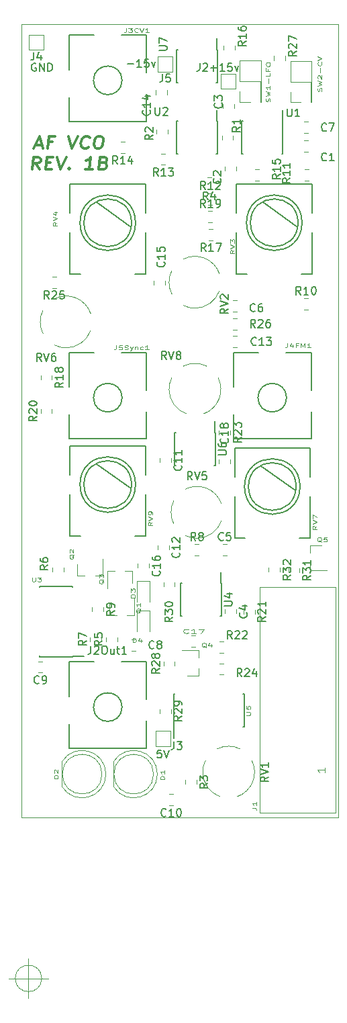
<source format=gbr>
%TF.GenerationSoftware,KiCad,Pcbnew,(5.0.0)*%
%TF.CreationDate,2018-12-09T22:39:23+01:00*%
%TF.ProjectId,formant_vco,666F726D616E745F76636F2E6B696361,rev?*%
%TF.SameCoordinates,Original*%
%TF.FileFunction,Legend,Top*%
%TF.FilePolarity,Positive*%
%FSLAX46Y46*%
G04 Gerber Fmt 4.6, Leading zero omitted, Abs format (unit mm)*
G04 Created by KiCad (PCBNEW (5.0.0)) date 12/09/18 22:39:23*
%MOMM*%
%LPD*%
G01*
G04 APERTURE LIST*
%ADD10C,0.150000*%
%ADD11C,0.100000*%
%ADD12C,0.375000*%
%ADD13C,0.120000*%
%ADD14C,0.125000*%
G04 APERTURE END LIST*
D10*
X78855018Y-60515736D02*
X79616923Y-60515736D01*
X79235970Y-60896688D02*
X79235970Y-60134784D01*
X80616923Y-60896688D02*
X80045494Y-60896688D01*
X80331208Y-60896688D02*
X80331208Y-59896688D01*
X80235970Y-60039546D01*
X80140732Y-60134784D01*
X80045494Y-60182403D01*
X81521684Y-59896688D02*
X81045494Y-59896688D01*
X80997875Y-60372879D01*
X81045494Y-60325260D01*
X81140732Y-60277641D01*
X81378827Y-60277641D01*
X81474065Y-60325260D01*
X81521684Y-60372879D01*
X81569304Y-60468117D01*
X81569304Y-60706212D01*
X81521684Y-60801450D01*
X81474065Y-60849069D01*
X81378827Y-60896688D01*
X81140732Y-60896688D01*
X81045494Y-60849069D01*
X80997875Y-60801450D01*
X81902637Y-60230022D02*
X82140732Y-60896688D01*
X82378827Y-60230022D01*
X68355018Y-60015736D02*
X69116923Y-60015736D01*
X70116923Y-60396688D02*
X69545494Y-60396688D01*
X69831208Y-60396688D02*
X69831208Y-59396688D01*
X69735970Y-59539546D01*
X69640732Y-59634784D01*
X69545494Y-59682403D01*
X71021684Y-59396688D02*
X70545494Y-59396688D01*
X70497875Y-59872879D01*
X70545494Y-59825260D01*
X70640732Y-59777641D01*
X70878827Y-59777641D01*
X70974065Y-59825260D01*
X71021684Y-59872879D01*
X71069304Y-59968117D01*
X71069304Y-60206212D01*
X71021684Y-60301450D01*
X70974065Y-60349069D01*
X70878827Y-60396688D01*
X70640732Y-60396688D01*
X70545494Y-60349069D01*
X70497875Y-60301450D01*
X71402637Y-59730022D02*
X71640732Y-60396688D01*
X71878827Y-59730022D01*
X72628827Y-146471688D02*
X72152637Y-146471688D01*
X72105018Y-146947879D01*
X72152637Y-146900260D01*
X72247875Y-146852641D01*
X72485970Y-146852641D01*
X72581208Y-146900260D01*
X72628827Y-146947879D01*
X72676446Y-147043117D01*
X72676446Y-147281212D01*
X72628827Y-147376450D01*
X72581208Y-147424069D01*
X72485970Y-147471688D01*
X72247875Y-147471688D01*
X72152637Y-147424069D01*
X72105018Y-147376450D01*
X72962161Y-146471688D02*
X73295494Y-147471688D01*
X73628827Y-146471688D01*
X56807399Y-59944308D02*
X56712161Y-59896688D01*
X56569304Y-59896688D01*
X56426446Y-59944308D01*
X56331208Y-60039546D01*
X56283589Y-60134784D01*
X56235970Y-60325260D01*
X56235970Y-60468117D01*
X56283589Y-60658593D01*
X56331208Y-60753831D01*
X56426446Y-60849069D01*
X56569304Y-60896688D01*
X56664542Y-60896688D01*
X56807399Y-60849069D01*
X56855018Y-60801450D01*
X56855018Y-60468117D01*
X56664542Y-60468117D01*
X57283589Y-60896688D02*
X57283589Y-59896688D01*
X57855018Y-60896688D01*
X57855018Y-59896688D01*
X58331208Y-60896688D02*
X58331208Y-59896688D01*
X58569304Y-59896688D01*
X58712161Y-59944308D01*
X58807399Y-60039546D01*
X58855018Y-60134784D01*
X58902637Y-60325260D01*
X58902637Y-60468117D01*
X58855018Y-60658593D01*
X58807399Y-60753831D01*
X58712161Y-60849069D01*
X58569304Y-60896688D01*
X58331208Y-60896688D01*
D11*
X55000000Y-155000000D02*
X95000000Y-155000000D01*
X95000000Y-55000000D02*
X95000000Y-155000000D01*
X55000000Y-55000000D02*
X95000000Y-55000000D01*
X55000000Y-155000000D02*
X55000000Y-55000000D01*
D12*
X56776406Y-70197500D02*
X57585930Y-70197500D01*
X56560930Y-70626071D02*
X57315096Y-69126071D01*
X57694263Y-70626071D01*
X58925811Y-69840357D02*
X58359144Y-69840357D01*
X58260930Y-70626071D02*
X58448430Y-69126071D01*
X59257953Y-69126071D01*
X60957953Y-69126071D02*
X61337120Y-70626071D01*
X62091287Y-69126071D01*
X63459739Y-70483214D02*
X63369858Y-70554642D01*
X63118072Y-70626071D01*
X62956168Y-70626071D01*
X62722239Y-70554642D01*
X62578191Y-70411785D01*
X62515096Y-70268928D01*
X62469858Y-69983214D01*
X62496644Y-69768928D01*
X62613311Y-69483214D01*
X62712120Y-69340357D01*
X62891882Y-69197500D01*
X63143668Y-69126071D01*
X63305572Y-69126071D01*
X63539501Y-69197500D01*
X63611525Y-69268928D01*
X64681763Y-69126071D02*
X65005572Y-69126071D01*
X65158549Y-69197500D01*
X65302596Y-69340357D01*
X65347834Y-69626071D01*
X65285334Y-70126071D01*
X65168668Y-70411785D01*
X64988906Y-70554642D01*
X64818072Y-70626071D01*
X64494263Y-70626071D01*
X64341287Y-70554642D01*
X64197239Y-70411785D01*
X64152001Y-70126071D01*
X64214501Y-69626071D01*
X64331168Y-69340357D01*
X64510930Y-69197500D01*
X64681763Y-69126071D01*
X57289501Y-73251071D02*
X56812120Y-72536785D01*
X56318072Y-73251071D02*
X56505572Y-71751071D01*
X57153191Y-71751071D01*
X57306168Y-71822500D01*
X57378191Y-71893928D01*
X57441287Y-72036785D01*
X57414501Y-72251071D01*
X57315691Y-72393928D01*
X57225811Y-72465357D01*
X57054977Y-72536785D01*
X56407358Y-72536785D01*
X58116287Y-72465357D02*
X58682953Y-72465357D01*
X58827596Y-73251071D02*
X58018072Y-73251071D01*
X58205572Y-71751071D01*
X59015096Y-71751071D01*
X59500811Y-71751071D02*
X59879977Y-73251071D01*
X60634144Y-71751071D01*
X61031168Y-73108214D02*
X61103191Y-73179642D01*
X61013311Y-73251071D01*
X60941287Y-73179642D01*
X61031168Y-73108214D01*
X61013311Y-73251071D01*
X64008549Y-73251071D02*
X63037120Y-73251071D01*
X63522834Y-73251071D02*
X63710334Y-71751071D01*
X63521644Y-71965357D01*
X63341882Y-72108214D01*
X63171049Y-72179642D01*
X65402001Y-72465357D02*
X65635930Y-72536785D01*
X65707953Y-72608214D01*
X65771049Y-72751071D01*
X65744263Y-72965357D01*
X65645453Y-73108214D01*
X65555572Y-73179642D01*
X65384739Y-73251071D01*
X64737120Y-73251071D01*
X64924620Y-71751071D01*
X65491287Y-71751071D01*
X65644263Y-71822500D01*
X65716287Y-71893928D01*
X65779382Y-72036785D01*
X65761525Y-72179642D01*
X65662715Y-72322500D01*
X65572834Y-72393928D01*
X65402001Y-72465357D01*
X64835334Y-72465357D01*
D11*
X57551666Y-175260000D02*
G75*
G03X57551666Y-175260000I-1666666J0D01*
G01*
X53385000Y-175260000D02*
X58385000Y-175260000D01*
X55885000Y-172760000D02*
X55885000Y-177760000D01*
D13*
X85065000Y-154340000D02*
X85065000Y-125900000D01*
X85065000Y-125900000D02*
X94665000Y-125900000D01*
X94665000Y-125900000D02*
X94665000Y-154340000D01*
X94665000Y-154340000D02*
X85065000Y-154340000D01*
X77191863Y-119780075D02*
G75*
G02X75650000Y-119424000I-56863J3270075D01*
G01*
X74221613Y-117995202D02*
G75*
G02X74221000Y-115026000I2913387J1485202D01*
G01*
X75651032Y-113596171D02*
G75*
G02X80227000Y-115446000I1483968J-2913829D01*
G01*
X80226846Y-117574608D02*
G75*
G02X77135000Y-119780000I-3091846J1064608D01*
G01*
X60691863Y-95780075D02*
G75*
G02X59150000Y-95424000I-56863J3270075D01*
G01*
X57721613Y-93995202D02*
G75*
G02X57721000Y-91026000I2913387J1485202D01*
G01*
X59151032Y-89596171D02*
G75*
G02X63727000Y-91446000I1483968J-2913829D01*
G01*
X63726846Y-93574608D02*
G75*
G02X60635000Y-95780000I-3091846J1064608D01*
G01*
D10*
X91535000Y-96360000D02*
X88335000Y-96360000D01*
X81735000Y-96360000D02*
X84885000Y-96360000D01*
X91535000Y-96360000D02*
X91535000Y-101110000D01*
X81735000Y-96360000D02*
X81735000Y-100710000D01*
X91535000Y-107260000D02*
X91535000Y-103810000D01*
X81735000Y-107260000D02*
X81735000Y-104210000D01*
X81735000Y-107260000D02*
X91535000Y-107260000D01*
X88435000Y-102060000D02*
G75*
G03X88435000Y-102060000I-1800000J0D01*
G01*
X64485000Y-110410000D02*
X68785000Y-113510000D01*
X68885000Y-113010000D02*
G75*
G03X68885000Y-113010000I-3000000J0D01*
G01*
X69385000Y-113010000D02*
G75*
G03X69385000Y-113010000I-3500000J0D01*
G01*
X70635000Y-119510000D02*
X69285000Y-119510000D01*
X61135000Y-119510000D02*
X62485000Y-119510000D01*
X70635000Y-119510000D02*
X70635000Y-114260000D01*
X61135000Y-119510000D02*
X61135000Y-114260000D01*
X70635000Y-108160000D02*
X70635000Y-111760000D01*
X61135000Y-108160000D02*
X61135000Y-111760000D01*
X61135000Y-108160000D02*
X70635000Y-108160000D01*
X79660000Y-58185000D02*
X79660000Y-56785000D01*
X74560000Y-58185000D02*
X74560000Y-62335000D01*
X79710000Y-58185000D02*
X79710000Y-62335000D01*
X74560000Y-58185000D02*
X74705000Y-58185000D01*
X74560000Y-62335000D02*
X74705000Y-62335000D01*
X79710000Y-62335000D02*
X79565000Y-62335000D01*
X79710000Y-58185000D02*
X79660000Y-58185000D01*
X79710000Y-67185000D02*
X79660000Y-67185000D01*
X79710000Y-71335000D02*
X79565000Y-71335000D01*
X74560000Y-71335000D02*
X74705000Y-71335000D01*
X74560000Y-67185000D02*
X74705000Y-67185000D01*
X79710000Y-67185000D02*
X79710000Y-71335000D01*
X74560000Y-67185000D02*
X74560000Y-71335000D01*
X79660000Y-67185000D02*
X79660000Y-65785000D01*
X80160000Y-125435000D02*
X80160000Y-124035000D01*
X75060000Y-125435000D02*
X75060000Y-129585000D01*
X80210000Y-125435000D02*
X80210000Y-129585000D01*
X75060000Y-125435000D02*
X75205000Y-125435000D01*
X75060000Y-129585000D02*
X75205000Y-129585000D01*
X80210000Y-129585000D02*
X80065000Y-129585000D01*
X80210000Y-125435000D02*
X80160000Y-125435000D01*
X61460000Y-134710000D02*
X61460000Y-134685000D01*
X57310000Y-134710000D02*
X57310000Y-134595000D01*
X57310000Y-125810000D02*
X57310000Y-125925000D01*
X61460000Y-125810000D02*
X61460000Y-125925000D01*
X61460000Y-134710000D02*
X57310000Y-134710000D01*
X61460000Y-125810000D02*
X57310000Y-125810000D01*
X61460000Y-134685000D02*
X62835000Y-134685000D01*
X87910000Y-67185000D02*
X87910000Y-65785000D01*
X82810000Y-67185000D02*
X82810000Y-71335000D01*
X87960000Y-67185000D02*
X87960000Y-71335000D01*
X82810000Y-67185000D02*
X82955000Y-67185000D01*
X82810000Y-71335000D02*
X82955000Y-71335000D01*
X87960000Y-71335000D02*
X87815000Y-71335000D01*
X87960000Y-67185000D02*
X87910000Y-67185000D01*
X79410000Y-106435000D02*
X79410000Y-105035000D01*
X74310000Y-106435000D02*
X74310000Y-110585000D01*
X79460000Y-106435000D02*
X79460000Y-110585000D01*
X74310000Y-106435000D02*
X74455000Y-106435000D01*
X74310000Y-110585000D02*
X74455000Y-110585000D01*
X79460000Y-110585000D02*
X79315000Y-110585000D01*
X79460000Y-106435000D02*
X79410000Y-106435000D01*
D13*
X71185000Y-125160000D02*
X69585000Y-125160000D01*
X69585000Y-125160000D02*
X69585000Y-127760000D01*
X71185000Y-125160000D02*
X71185000Y-127760000D01*
X71185000Y-128910000D02*
X69585000Y-128910000D01*
X69585000Y-128910000D02*
X69585000Y-131510000D01*
X71185000Y-128910000D02*
X71185000Y-131510000D01*
X91375000Y-120680000D02*
X91375000Y-121610000D01*
X91375000Y-123840000D02*
X91375000Y-122910000D01*
X91375000Y-123840000D02*
X93535000Y-123840000D01*
X91375000Y-120680000D02*
X92835000Y-120680000D01*
X66055000Y-129520000D02*
X66985000Y-129520000D01*
X69215000Y-129520000D02*
X68285000Y-129520000D01*
X69215000Y-129520000D02*
X69215000Y-127360000D01*
X66055000Y-129520000D02*
X66055000Y-128060000D01*
X62055000Y-124520000D02*
X62985000Y-124520000D01*
X65215000Y-124520000D02*
X64285000Y-124520000D01*
X65215000Y-124520000D02*
X65215000Y-122360000D01*
X62055000Y-124520000D02*
X62055000Y-123060000D01*
X68965000Y-123934308D02*
X68035000Y-123934308D01*
X65805000Y-123934308D02*
X66735000Y-123934308D01*
X65805000Y-123934308D02*
X65805000Y-126094308D01*
X68965000Y-123934308D02*
X68965000Y-125394308D01*
X77395000Y-137090000D02*
X77395000Y-136160000D01*
X77395000Y-133930000D02*
X77395000Y-134860000D01*
X77395000Y-133930000D02*
X75235000Y-133930000D01*
X77395000Y-137090000D02*
X75935000Y-137090000D01*
X85215000Y-64790000D02*
X85215000Y-59590000D01*
X85155000Y-64790000D02*
X85215000Y-64790000D01*
X82555000Y-59590000D02*
X85215000Y-59590000D01*
X85155000Y-64790000D02*
X85155000Y-62190000D01*
X85155000Y-62190000D02*
X82555000Y-62190000D01*
X82555000Y-62190000D02*
X82555000Y-59590000D01*
X83885000Y-64790000D02*
X82555000Y-64790000D01*
X82555000Y-64790000D02*
X82555000Y-63460000D01*
X91590000Y-64840000D02*
X91590000Y-59640000D01*
X91530000Y-64840000D02*
X91590000Y-64840000D01*
X88930000Y-59640000D02*
X91590000Y-59640000D01*
X91530000Y-64840000D02*
X91530000Y-62240000D01*
X91530000Y-62240000D02*
X88930000Y-62240000D01*
X88930000Y-62240000D02*
X88930000Y-59640000D01*
X90260000Y-64840000D02*
X88930000Y-64840000D01*
X88930000Y-64840000D02*
X88930000Y-63510000D01*
D10*
X74185000Y-143585000D02*
X74210000Y-143585000D01*
X74185000Y-139435000D02*
X74300000Y-139435000D01*
X83085000Y-139435000D02*
X82970000Y-139435000D01*
X83085000Y-143585000D02*
X82970000Y-143585000D01*
X74185000Y-143585000D02*
X74185000Y-139435000D01*
X83085000Y-143585000D02*
X83085000Y-139435000D01*
X74210000Y-143585000D02*
X74210000Y-144960000D01*
D13*
X72145000Y-149510462D02*
G75*
G03X66595000Y-147965170I-2990000J462D01*
G01*
X72145000Y-149509538D02*
G75*
G02X66595000Y-151054830I-2990000J-462D01*
G01*
X71655000Y-149510000D02*
G75*
G03X71655000Y-149510000I-2500000J0D01*
G01*
X66595000Y-147965000D02*
X66595000Y-151055000D01*
X65645000Y-149510462D02*
G75*
G03X60095000Y-147965170I-2990000J462D01*
G01*
X65645000Y-149509538D02*
G75*
G02X60095000Y-151054830I-2990000J-462D01*
G01*
X65155000Y-149510000D02*
G75*
G03X65155000Y-149510000I-2500000J0D01*
G01*
X60095000Y-147965000D02*
X60095000Y-151055000D01*
D10*
X85485000Y-77410000D02*
X89785000Y-80510000D01*
X89885000Y-80010000D02*
G75*
G03X89885000Y-80010000I-3000000J0D01*
G01*
X90385000Y-80010000D02*
G75*
G03X90385000Y-80010000I-3500000J0D01*
G01*
X91635000Y-86510000D02*
X90285000Y-86510000D01*
X82135000Y-86510000D02*
X83485000Y-86510000D01*
X91635000Y-86510000D02*
X91635000Y-81260000D01*
X82135000Y-86510000D02*
X82135000Y-81260000D01*
X91635000Y-75160000D02*
X91635000Y-78760000D01*
X82135000Y-75160000D02*
X82135000Y-78760000D01*
X82135000Y-75160000D02*
X91635000Y-75160000D01*
X64485000Y-77410000D02*
X68785000Y-80510000D01*
X68885000Y-80010000D02*
G75*
G03X68885000Y-80010000I-3000000J0D01*
G01*
X69385000Y-80010000D02*
G75*
G03X69385000Y-80010000I-3500000J0D01*
G01*
X70635000Y-86510000D02*
X69285000Y-86510000D01*
X61135000Y-86510000D02*
X62485000Y-86510000D01*
X70635000Y-86510000D02*
X70635000Y-81260000D01*
X61135000Y-86510000D02*
X61135000Y-81260000D01*
X70635000Y-75160000D02*
X70635000Y-78760000D01*
X61135000Y-75160000D02*
X61135000Y-78760000D01*
X61135000Y-75160000D02*
X70635000Y-75160000D01*
X85235000Y-110660000D02*
X89535000Y-113760000D01*
X89635000Y-113260000D02*
G75*
G03X89635000Y-113260000I-3000000J0D01*
G01*
X90135000Y-113260000D02*
G75*
G03X90135000Y-113260000I-3500000J0D01*
G01*
X91385000Y-119760000D02*
X90035000Y-119760000D01*
X81885000Y-119760000D02*
X83235000Y-119760000D01*
X91385000Y-119760000D02*
X91385000Y-114510000D01*
X81885000Y-119760000D02*
X81885000Y-114510000D01*
X91385000Y-108410000D02*
X91385000Y-112010000D01*
X81885000Y-108410000D02*
X81885000Y-112010000D01*
X81885000Y-108410000D02*
X91385000Y-108410000D01*
X70785000Y-56360000D02*
X67585000Y-56360000D01*
X60985000Y-56360000D02*
X64135000Y-56360000D01*
X70785000Y-56360000D02*
X70785000Y-61110000D01*
X60985000Y-56360000D02*
X60985000Y-60710000D01*
X70785000Y-67260000D02*
X70785000Y-63810000D01*
X60985000Y-67260000D02*
X60985000Y-64210000D01*
X60985000Y-67260000D02*
X70785000Y-67260000D01*
X67685000Y-62060000D02*
G75*
G03X67685000Y-62060000I-1800000J0D01*
G01*
X70785000Y-96360000D02*
X67585000Y-96360000D01*
X60985000Y-96360000D02*
X64135000Y-96360000D01*
X70785000Y-96360000D02*
X70785000Y-101110000D01*
X60985000Y-96360000D02*
X60985000Y-100710000D01*
X70785000Y-107260000D02*
X70785000Y-103810000D01*
X60985000Y-107260000D02*
X60985000Y-104210000D01*
X60985000Y-107260000D02*
X70785000Y-107260000D01*
X67685000Y-102060000D02*
G75*
G03X67685000Y-102060000I-1800000J0D01*
G01*
D13*
X80070392Y-152351846D02*
G75*
G02X77865000Y-149260000I1064608J3091846D01*
G01*
X84048829Y-147776032D02*
G75*
G02X82199000Y-152352000I-2913829J-1483968D01*
G01*
X79649798Y-146346613D02*
G75*
G02X82619000Y-146346000I1485202J-2913387D01*
G01*
X77864925Y-149316863D02*
G75*
G02X78221000Y-147775000I3270075J56863D01*
G01*
X76941863Y-90780075D02*
G75*
G02X75400000Y-90424000I-56863J3270075D01*
G01*
X73971613Y-88995202D02*
G75*
G02X73971000Y-86026000I2913387J1485202D01*
G01*
X75401032Y-84596171D02*
G75*
G02X79977000Y-86446000I1483968J-2913829D01*
G01*
X79976846Y-88574608D02*
G75*
G02X76885000Y-90780000I-3091846J1064608D01*
G01*
X75820392Y-104101846D02*
G75*
G02X73615000Y-101010000I1064608J3091846D01*
G01*
X79798829Y-99526032D02*
G75*
G02X77949000Y-104102000I-2913829J-1483968D01*
G01*
X75399798Y-98096613D02*
G75*
G02X78369000Y-98096000I1485202J-2913387D01*
G01*
X73614925Y-101066863D02*
G75*
G02X73971000Y-99525000I3270075J56863D01*
G01*
X90626422Y-71070000D02*
X91143578Y-71070000D01*
X90626422Y-69650000D02*
X91143578Y-69650000D01*
X80675000Y-73456078D02*
X80675000Y-72938922D01*
X82095000Y-73456078D02*
X82095000Y-72938922D01*
X80425000Y-65581078D02*
X80425000Y-65063922D01*
X81845000Y-65581078D02*
X81845000Y-65063922D01*
X80675000Y-128751422D02*
X80675000Y-129268578D01*
X82095000Y-128751422D02*
X82095000Y-129268578D01*
X80376422Y-120550000D02*
X80893578Y-120550000D01*
X80376422Y-121970000D02*
X80893578Y-121970000D01*
X82206078Y-89800000D02*
X81688922Y-89800000D01*
X82206078Y-91220000D02*
X81688922Y-91220000D01*
X90626422Y-67250000D02*
X91143578Y-67250000D01*
X90626422Y-68670000D02*
X91143578Y-68670000D01*
X69393578Y-132550000D02*
X68876422Y-132550000D01*
X69393578Y-133970000D02*
X68876422Y-133970000D01*
X74143578Y-152050000D02*
X73626422Y-152050000D01*
X74143578Y-153470000D02*
X73626422Y-153470000D01*
X72425000Y-109688922D02*
X72425000Y-110206078D01*
X73845000Y-109688922D02*
X73845000Y-110206078D01*
X73595000Y-120688922D02*
X73595000Y-121206078D01*
X72175000Y-120688922D02*
X72175000Y-121206078D01*
X81688922Y-95720000D02*
X82206078Y-95720000D01*
X81688922Y-94300000D02*
X82206078Y-94300000D01*
X71925000Y-63831078D02*
X71925000Y-63313922D01*
X73345000Y-63831078D02*
X73345000Y-63313922D01*
X71675000Y-87313922D02*
X71675000Y-87831078D01*
X73095000Y-87313922D02*
X73095000Y-87831078D01*
X71095000Y-123001422D02*
X71095000Y-123518578D01*
X69675000Y-123001422D02*
X69675000Y-123518578D01*
X76438922Y-133470000D02*
X76956078Y-133470000D01*
X76438922Y-132050000D02*
X76956078Y-132050000D01*
X79925000Y-110331078D02*
X79925000Y-109813922D01*
X81345000Y-110331078D02*
X81345000Y-109813922D01*
X80275000Y-69001422D02*
X80275000Y-69518578D01*
X81695000Y-69001422D02*
X81695000Y-69518578D01*
X73470000Y-68251422D02*
X73470000Y-68768578D01*
X72050000Y-68251422D02*
X72050000Y-68768578D01*
X77095000Y-150251422D02*
X77095000Y-150768578D01*
X75675000Y-150251422D02*
X75675000Y-150768578D01*
X78956078Y-75720000D02*
X78438922Y-75720000D01*
X78956078Y-74300000D02*
X78438922Y-74300000D01*
X67095000Y-132768578D02*
X67095000Y-132251422D01*
X65675000Y-132768578D02*
X65675000Y-132251422D01*
X58925000Y-123501422D02*
X58925000Y-124018578D01*
X60345000Y-123501422D02*
X60345000Y-124018578D01*
X63675000Y-132768578D02*
X63675000Y-132251422D01*
X65095000Y-132768578D02*
X65095000Y-132251422D01*
X76876422Y-121970000D02*
X77393578Y-121970000D01*
X76876422Y-120550000D02*
X77393578Y-120550000D01*
X63925000Y-128501422D02*
X63925000Y-129018578D01*
X65345000Y-128501422D02*
X65345000Y-129018578D01*
X90626422Y-90970000D02*
X91143578Y-90970000D01*
X90626422Y-89550000D02*
X91143578Y-89550000D01*
X90688922Y-73300000D02*
X91206078Y-73300000D01*
X90688922Y-74720000D02*
X91206078Y-74720000D01*
X78563922Y-76300000D02*
X79081078Y-76300000D01*
X78563922Y-77720000D02*
X79081078Y-77720000D01*
X73143578Y-71300000D02*
X72626422Y-71300000D01*
X73143578Y-72720000D02*
X72626422Y-72720000D01*
X68018578Y-69800000D02*
X67501422Y-69800000D01*
X68018578Y-71220000D02*
X67501422Y-71220000D01*
X84438922Y-74720000D02*
X84956078Y-74720000D01*
X84438922Y-73300000D02*
X84956078Y-73300000D01*
X81895000Y-57685730D02*
X81895000Y-58202886D01*
X80475000Y-57685730D02*
X80475000Y-58202886D01*
X79143578Y-80800000D02*
X78626422Y-80800000D01*
X79143578Y-82220000D02*
X78626422Y-82220000D01*
X57425000Y-99251422D02*
X57425000Y-99768578D01*
X58845000Y-99251422D02*
X58845000Y-99768578D01*
X78563922Y-79970000D02*
X79081078Y-79970000D01*
X78563922Y-78550000D02*
X79081078Y-78550000D01*
X57425000Y-104018578D02*
X57425000Y-103501422D01*
X58845000Y-104018578D02*
X58845000Y-103501422D01*
X84429304Y-128773230D02*
X84429304Y-129290386D01*
X83009304Y-128773230D02*
X83009304Y-129290386D01*
X80456078Y-132800000D02*
X79938922Y-132800000D01*
X80456078Y-134220000D02*
X79938922Y-134220000D01*
X81345000Y-106188922D02*
X81345000Y-106706078D01*
X79925000Y-106188922D02*
X79925000Y-106706078D01*
X79938922Y-135550000D02*
X80456078Y-135550000D01*
X79938922Y-136970000D02*
X80456078Y-136970000D01*
X59393578Y-88220000D02*
X58876422Y-88220000D01*
X59393578Y-86800000D02*
X58876422Y-86800000D01*
X82206078Y-93470000D02*
X81688922Y-93470000D01*
X82206078Y-92050000D02*
X81688922Y-92050000D01*
X88295000Y-59001422D02*
X88295000Y-59518578D01*
X86875000Y-59001422D02*
X86875000Y-59518578D01*
X74345000Y-135831078D02*
X74345000Y-135313922D01*
X72925000Y-135831078D02*
X72925000Y-135313922D01*
X73845000Y-141313922D02*
X73845000Y-141831078D01*
X72425000Y-141313922D02*
X72425000Y-141831078D01*
X74345000Y-125831078D02*
X74345000Y-125313922D01*
X72925000Y-125831078D02*
X72925000Y-125313922D01*
X90095000Y-123563922D02*
X90095000Y-124081078D01*
X88675000Y-123563922D02*
X88675000Y-124081078D01*
X86175000Y-123501422D02*
X86175000Y-124018578D01*
X87595000Y-123501422D02*
X87595000Y-124018578D01*
X57643578Y-136720000D02*
X57126422Y-136720000D01*
X57643578Y-135300000D02*
X57126422Y-135300000D01*
X80185000Y-61244308D02*
X80185000Y-63144308D01*
X80185000Y-63144308D02*
X82035000Y-63144308D01*
X82035000Y-63144308D02*
X82035000Y-61294308D01*
X82035000Y-61294308D02*
X82035000Y-61244308D01*
X82035000Y-61244308D02*
X80185000Y-61244308D01*
X71935000Y-144060000D02*
X71935000Y-145960000D01*
X71935000Y-145960000D02*
X73785000Y-145960000D01*
X73785000Y-145960000D02*
X73785000Y-144110000D01*
X73785000Y-144110000D02*
X73785000Y-144060000D01*
X73785000Y-144060000D02*
X71935000Y-144060000D01*
X57785000Y-56310000D02*
X55935000Y-56310000D01*
X57785000Y-56360000D02*
X57785000Y-56310000D01*
X57785000Y-58210000D02*
X57785000Y-56360000D01*
X55935000Y-58210000D02*
X57785000Y-58210000D01*
X55935000Y-56310000D02*
X55935000Y-58210000D01*
X74035000Y-59060000D02*
X72185000Y-59060000D01*
X74035000Y-59110000D02*
X74035000Y-59060000D01*
X74035000Y-60960000D02*
X74035000Y-59110000D01*
X72185000Y-60960000D02*
X74035000Y-60960000D01*
X72185000Y-59060000D02*
X72185000Y-60960000D01*
D10*
X70785000Y-135360000D02*
X67585000Y-135360000D01*
X60985000Y-135360000D02*
X64135000Y-135360000D01*
X70785000Y-135360000D02*
X70785000Y-140110000D01*
X60985000Y-135360000D02*
X60985000Y-139710000D01*
X70785000Y-146260000D02*
X70785000Y-142810000D01*
X60985000Y-146260000D02*
X60985000Y-143210000D01*
X60985000Y-146260000D02*
X70785000Y-146260000D01*
X67685000Y-141060000D02*
G75*
G03X67685000Y-141060000I-1800000J0D01*
G01*
D14*
X84111190Y-153760000D02*
X84468333Y-153760000D01*
X84539761Y-153795714D01*
X84587380Y-153867142D01*
X84611190Y-153974285D01*
X84611190Y-154045714D01*
X84611190Y-153010000D02*
X84611190Y-153438571D01*
X84611190Y-153224285D02*
X84111190Y-153224285D01*
X84182619Y-153295714D01*
X84230238Y-153367142D01*
X84254047Y-153438571D01*
D13*
X93307380Y-148704285D02*
X93307380Y-149275714D01*
X93307380Y-148990000D02*
X92307380Y-148990000D01*
X92450238Y-149085238D01*
X92545476Y-149180476D01*
X92593095Y-149275714D01*
D10*
X76539761Y-112402380D02*
X76206428Y-111926190D01*
X75968333Y-112402380D02*
X75968333Y-111402380D01*
X76349285Y-111402380D01*
X76444523Y-111450000D01*
X76492142Y-111497619D01*
X76539761Y-111592857D01*
X76539761Y-111735714D01*
X76492142Y-111830952D01*
X76444523Y-111878571D01*
X76349285Y-111926190D01*
X75968333Y-111926190D01*
X76825476Y-111402380D02*
X77158809Y-112402380D01*
X77492142Y-111402380D01*
X78301666Y-111402380D02*
X77825476Y-111402380D01*
X77777857Y-111878571D01*
X77825476Y-111830952D01*
X77920714Y-111783333D01*
X78158809Y-111783333D01*
X78254047Y-111830952D01*
X78301666Y-111878571D01*
X78349285Y-111973809D01*
X78349285Y-112211904D01*
X78301666Y-112307142D01*
X78254047Y-112354761D01*
X78158809Y-112402380D01*
X77920714Y-112402380D01*
X77825476Y-112354761D01*
X77777857Y-112307142D01*
X57539761Y-97462380D02*
X57206428Y-96986190D01*
X56968333Y-97462380D02*
X56968333Y-96462380D01*
X57349285Y-96462380D01*
X57444523Y-96510000D01*
X57492142Y-96557619D01*
X57539761Y-96652857D01*
X57539761Y-96795714D01*
X57492142Y-96890952D01*
X57444523Y-96938571D01*
X57349285Y-96986190D01*
X56968333Y-96986190D01*
X57825476Y-96462380D02*
X58158809Y-97462380D01*
X58492142Y-96462380D01*
X59254047Y-96462380D02*
X59063571Y-96462380D01*
X58968333Y-96510000D01*
X58920714Y-96557619D01*
X58825476Y-96700476D01*
X58777857Y-96890952D01*
X58777857Y-97271904D01*
X58825476Y-97367142D01*
X58873095Y-97414761D01*
X58968333Y-97462380D01*
X59158809Y-97462380D01*
X59254047Y-97414761D01*
X59301666Y-97367142D01*
X59349285Y-97271904D01*
X59349285Y-97033809D01*
X59301666Y-96938571D01*
X59254047Y-96890952D01*
X59158809Y-96843333D01*
X58968333Y-96843333D01*
X58873095Y-96890952D01*
X58825476Y-96938571D01*
X58777857Y-97033809D01*
D14*
X88527857Y-95236190D02*
X88527857Y-95593333D01*
X88492142Y-95664761D01*
X88420714Y-95712380D01*
X88313571Y-95736190D01*
X88242142Y-95736190D01*
X89206428Y-95402857D02*
X89206428Y-95736190D01*
X89027857Y-95212380D02*
X88849285Y-95569523D01*
X89313571Y-95569523D01*
X89849285Y-95474285D02*
X89599285Y-95474285D01*
X89599285Y-95736190D02*
X89599285Y-95236190D01*
X89956428Y-95236190D01*
X90242142Y-95736190D02*
X90242142Y-95236190D01*
X90492142Y-95593333D01*
X90742142Y-95236190D01*
X90742142Y-95736190D01*
X91492142Y-95736190D02*
X91063571Y-95736190D01*
X91277857Y-95736190D02*
X91277857Y-95236190D01*
X91206428Y-95307619D01*
X91135000Y-95355238D01*
X91063571Y-95379047D01*
X71511190Y-117756428D02*
X71273095Y-118006428D01*
X71511190Y-118185000D02*
X71011190Y-118185000D01*
X71011190Y-117899285D01*
X71035000Y-117827857D01*
X71058809Y-117792142D01*
X71106428Y-117756428D01*
X71177857Y-117756428D01*
X71225476Y-117792142D01*
X71249285Y-117827857D01*
X71273095Y-117899285D01*
X71273095Y-118185000D01*
X71011190Y-117542142D02*
X71511190Y-117292142D01*
X71011190Y-117042142D01*
X71511190Y-116756428D02*
X71511190Y-116613571D01*
X71487380Y-116542142D01*
X71463571Y-116506428D01*
X71392142Y-116435000D01*
X71296904Y-116399285D01*
X71106428Y-116399285D01*
X71058809Y-116435000D01*
X71035000Y-116470714D01*
X71011190Y-116542142D01*
X71011190Y-116685000D01*
X71035000Y-116756428D01*
X71058809Y-116792142D01*
X71106428Y-116827857D01*
X71225476Y-116827857D01*
X71273095Y-116792142D01*
X71296904Y-116756428D01*
X71320714Y-116685000D01*
X71320714Y-116542142D01*
X71296904Y-116470714D01*
X71273095Y-116435000D01*
X71225476Y-116399285D01*
D10*
X72337380Y-58271904D02*
X73146904Y-58271904D01*
X73242142Y-58224285D01*
X73289761Y-58176666D01*
X73337380Y-58081428D01*
X73337380Y-57890952D01*
X73289761Y-57795714D01*
X73242142Y-57748095D01*
X73146904Y-57700476D01*
X72337380Y-57700476D01*
X72337380Y-57319523D02*
X72337380Y-56652857D01*
X73337380Y-57081428D01*
X71873095Y-65462380D02*
X71873095Y-66271904D01*
X71920714Y-66367142D01*
X71968333Y-66414761D01*
X72063571Y-66462380D01*
X72254047Y-66462380D01*
X72349285Y-66414761D01*
X72396904Y-66367142D01*
X72444523Y-66271904D01*
X72444523Y-65462380D01*
X72873095Y-65557619D02*
X72920714Y-65510000D01*
X73015952Y-65462380D01*
X73254047Y-65462380D01*
X73349285Y-65510000D01*
X73396904Y-65557619D01*
X73444523Y-65652857D01*
X73444523Y-65748095D01*
X73396904Y-65890952D01*
X72825476Y-66462380D01*
X73444523Y-66462380D01*
X80587380Y-128271904D02*
X81396904Y-128271904D01*
X81492142Y-128224285D01*
X81539761Y-128176666D01*
X81587380Y-128081428D01*
X81587380Y-127890952D01*
X81539761Y-127795714D01*
X81492142Y-127748095D01*
X81396904Y-127700476D01*
X80587380Y-127700476D01*
X80920714Y-126795714D02*
X81587380Y-126795714D01*
X80539761Y-127033809D02*
X81254047Y-127271904D01*
X81254047Y-126652857D01*
D14*
X56313571Y-124736190D02*
X56313571Y-125140952D01*
X56349285Y-125188571D01*
X56385000Y-125212380D01*
X56456428Y-125236190D01*
X56599285Y-125236190D01*
X56670714Y-125212380D01*
X56706428Y-125188571D01*
X56742142Y-125140952D01*
X56742142Y-124736190D01*
X57027857Y-124736190D02*
X57492142Y-124736190D01*
X57242142Y-124926666D01*
X57349285Y-124926666D01*
X57420714Y-124950476D01*
X57456428Y-124974285D01*
X57492142Y-125021904D01*
X57492142Y-125140952D01*
X57456428Y-125188571D01*
X57420714Y-125212380D01*
X57349285Y-125236190D01*
X57135000Y-125236190D01*
X57063571Y-125212380D01*
X57027857Y-125188571D01*
D10*
X88523095Y-65612380D02*
X88523095Y-66421904D01*
X88570714Y-66517142D01*
X88618333Y-66564761D01*
X88713571Y-66612380D01*
X88904047Y-66612380D01*
X88999285Y-66564761D01*
X89046904Y-66517142D01*
X89094523Y-66421904D01*
X89094523Y-65612380D01*
X90094523Y-66612380D02*
X89523095Y-66612380D01*
X89808809Y-66612380D02*
X89808809Y-65612380D01*
X89713571Y-65755238D01*
X89618333Y-65850476D01*
X89523095Y-65898095D01*
X79837380Y-109271904D02*
X80646904Y-109271904D01*
X80742142Y-109224285D01*
X80789761Y-109176666D01*
X80837380Y-109081428D01*
X80837380Y-108890952D01*
X80789761Y-108795714D01*
X80742142Y-108748095D01*
X80646904Y-108700476D01*
X79837380Y-108700476D01*
X79837380Y-107795714D02*
X79837380Y-107986190D01*
X79885000Y-108081428D01*
X79932619Y-108129047D01*
X80075476Y-108224285D01*
X80265952Y-108271904D01*
X80646904Y-108271904D01*
X80742142Y-108224285D01*
X80789761Y-108176666D01*
X80837380Y-108081428D01*
X80837380Y-107890952D01*
X80789761Y-107795714D01*
X80742142Y-107748095D01*
X80646904Y-107700476D01*
X80408809Y-107700476D01*
X80313571Y-107748095D01*
X80265952Y-107795714D01*
X80218333Y-107890952D01*
X80218333Y-108081428D01*
X80265952Y-108176666D01*
X80313571Y-108224285D01*
X80408809Y-108271904D01*
D14*
X69311190Y-127263571D02*
X68811190Y-127263571D01*
X68811190Y-127085000D01*
X68835000Y-126977857D01*
X68882619Y-126906428D01*
X68930238Y-126870714D01*
X69025476Y-126835000D01*
X69096904Y-126835000D01*
X69192142Y-126870714D01*
X69239761Y-126906428D01*
X69287380Y-126977857D01*
X69311190Y-127085000D01*
X69311190Y-127263571D01*
X68811190Y-126585000D02*
X68811190Y-126120714D01*
X69001666Y-126370714D01*
X69001666Y-126263571D01*
X69025476Y-126192142D01*
X69049285Y-126156428D01*
X69096904Y-126120714D01*
X69215952Y-126120714D01*
X69263571Y-126156428D01*
X69287380Y-126192142D01*
X69311190Y-126263571D01*
X69311190Y-126477857D01*
X69287380Y-126549285D01*
X69263571Y-126585000D01*
X69031428Y-132886190D02*
X69031428Y-132386190D01*
X69210000Y-132386190D01*
X69317142Y-132410000D01*
X69388571Y-132457619D01*
X69424285Y-132505238D01*
X69460000Y-132600476D01*
X69460000Y-132671904D01*
X69424285Y-132767142D01*
X69388571Y-132814761D01*
X69317142Y-132862380D01*
X69210000Y-132886190D01*
X69031428Y-132886190D01*
X70102857Y-132552857D02*
X70102857Y-132886190D01*
X69924285Y-132362380D02*
X69745714Y-132719523D01*
X70210000Y-132719523D01*
X92863571Y-120233809D02*
X92792142Y-120210000D01*
X92720714Y-120162380D01*
X92613571Y-120090952D01*
X92542142Y-120067142D01*
X92470714Y-120067142D01*
X92506428Y-120186190D02*
X92435000Y-120162380D01*
X92363571Y-120114761D01*
X92327857Y-120019523D01*
X92327857Y-119852857D01*
X92363571Y-119757619D01*
X92435000Y-119710000D01*
X92506428Y-119686190D01*
X92649285Y-119686190D01*
X92720714Y-119710000D01*
X92792142Y-119757619D01*
X92827857Y-119852857D01*
X92827857Y-120019523D01*
X92792142Y-120114761D01*
X92720714Y-120162380D01*
X92649285Y-120186190D01*
X92506428Y-120186190D01*
X93506428Y-119686190D02*
X93149285Y-119686190D01*
X93113571Y-119924285D01*
X93149285Y-119900476D01*
X93220714Y-119876666D01*
X93399285Y-119876666D01*
X93470714Y-119900476D01*
X93506428Y-119924285D01*
X93542142Y-119971904D01*
X93542142Y-120090952D01*
X93506428Y-120138571D01*
X93470714Y-120162380D01*
X93399285Y-120186190D01*
X93220714Y-120186190D01*
X93149285Y-120162380D01*
X93113571Y-120138571D01*
X70008809Y-128631428D02*
X69985000Y-128702857D01*
X69937380Y-128774285D01*
X69865952Y-128881428D01*
X69842142Y-128952857D01*
X69842142Y-129024285D01*
X69961190Y-128988571D02*
X69937380Y-129060000D01*
X69889761Y-129131428D01*
X69794523Y-129167142D01*
X69627857Y-129167142D01*
X69532619Y-129131428D01*
X69485000Y-129060000D01*
X69461190Y-128988571D01*
X69461190Y-128845714D01*
X69485000Y-128774285D01*
X69532619Y-128702857D01*
X69627857Y-128667142D01*
X69794523Y-128667142D01*
X69889761Y-128702857D01*
X69937380Y-128774285D01*
X69961190Y-128845714D01*
X69961190Y-128988571D01*
X69961190Y-127952857D02*
X69961190Y-128381428D01*
X69961190Y-128167142D02*
X69461190Y-128167142D01*
X69532619Y-128238571D01*
X69580238Y-128310000D01*
X69604047Y-128381428D01*
X61608809Y-121831428D02*
X61585000Y-121902857D01*
X61537380Y-121974285D01*
X61465952Y-122081428D01*
X61442142Y-122152857D01*
X61442142Y-122224285D01*
X61561190Y-122188571D02*
X61537380Y-122260000D01*
X61489761Y-122331428D01*
X61394523Y-122367142D01*
X61227857Y-122367142D01*
X61132619Y-122331428D01*
X61085000Y-122260000D01*
X61061190Y-122188571D01*
X61061190Y-122045714D01*
X61085000Y-121974285D01*
X61132619Y-121902857D01*
X61227857Y-121867142D01*
X61394523Y-121867142D01*
X61489761Y-121902857D01*
X61537380Y-121974285D01*
X61561190Y-122045714D01*
X61561190Y-122188571D01*
X61108809Y-121581428D02*
X61085000Y-121545714D01*
X61061190Y-121474285D01*
X61061190Y-121295714D01*
X61085000Y-121224285D01*
X61108809Y-121188571D01*
X61156428Y-121152857D01*
X61204047Y-121152857D01*
X61275476Y-121188571D01*
X61561190Y-121617142D01*
X61561190Y-121152857D01*
X65358809Y-124965736D02*
X65335000Y-125037165D01*
X65287380Y-125108593D01*
X65215952Y-125215736D01*
X65192142Y-125287165D01*
X65192142Y-125358593D01*
X65311190Y-125322879D02*
X65287380Y-125394308D01*
X65239761Y-125465736D01*
X65144523Y-125501450D01*
X64977857Y-125501450D01*
X64882619Y-125465736D01*
X64835000Y-125394308D01*
X64811190Y-125322879D01*
X64811190Y-125180022D01*
X64835000Y-125108593D01*
X64882619Y-125037165D01*
X64977857Y-125001450D01*
X65144523Y-125001450D01*
X65239761Y-125037165D01*
X65287380Y-125108593D01*
X65311190Y-125180022D01*
X65311190Y-125322879D01*
X64811190Y-124751450D02*
X64811190Y-124287165D01*
X65001666Y-124537165D01*
X65001666Y-124430022D01*
X65025476Y-124358593D01*
X65049285Y-124322879D01*
X65096904Y-124287165D01*
X65215952Y-124287165D01*
X65263571Y-124322879D01*
X65287380Y-124358593D01*
X65311190Y-124430022D01*
X65311190Y-124644308D01*
X65287380Y-124715736D01*
X65263571Y-124751450D01*
X78313571Y-133533809D02*
X78242142Y-133510000D01*
X78170714Y-133462380D01*
X78063571Y-133390952D01*
X77992142Y-133367142D01*
X77920714Y-133367142D01*
X77956428Y-133486190D02*
X77885000Y-133462380D01*
X77813571Y-133414761D01*
X77777857Y-133319523D01*
X77777857Y-133152857D01*
X77813571Y-133057619D01*
X77885000Y-133010000D01*
X77956428Y-132986190D01*
X78099285Y-132986190D01*
X78170714Y-133010000D01*
X78242142Y-133057619D01*
X78277857Y-133152857D01*
X78277857Y-133319523D01*
X78242142Y-133414761D01*
X78170714Y-133462380D01*
X78099285Y-133486190D01*
X77956428Y-133486190D01*
X78920714Y-133152857D02*
X78920714Y-133486190D01*
X78742142Y-132962380D02*
X78563571Y-133319523D01*
X79027857Y-133319523D01*
X86337380Y-64742142D02*
X86361190Y-64635000D01*
X86361190Y-64456428D01*
X86337380Y-64385000D01*
X86313571Y-64349285D01*
X86265952Y-64313571D01*
X86218333Y-64313571D01*
X86170714Y-64349285D01*
X86146904Y-64385000D01*
X86123095Y-64456428D01*
X86099285Y-64599285D01*
X86075476Y-64670714D01*
X86051666Y-64706428D01*
X86004047Y-64742142D01*
X85956428Y-64742142D01*
X85908809Y-64706428D01*
X85885000Y-64670714D01*
X85861190Y-64599285D01*
X85861190Y-64420714D01*
X85885000Y-64313571D01*
X85861190Y-64063571D02*
X86361190Y-63885000D01*
X86004047Y-63742142D01*
X86361190Y-63599285D01*
X85861190Y-63420714D01*
X86361190Y-62742142D02*
X86361190Y-63170714D01*
X86361190Y-62956428D02*
X85861190Y-62956428D01*
X85932619Y-63027857D01*
X85980238Y-63099285D01*
X86004047Y-63170714D01*
X86170714Y-62420714D02*
X86170714Y-61849285D01*
X86361190Y-61135000D02*
X86361190Y-61492142D01*
X85861190Y-61492142D01*
X86099285Y-60635000D02*
X86099285Y-60885000D01*
X86361190Y-60885000D02*
X85861190Y-60885000D01*
X85861190Y-60527857D01*
X85861190Y-60099285D02*
X85861190Y-59956428D01*
X85885000Y-59885000D01*
X85932619Y-59813571D01*
X86027857Y-59777857D01*
X86194523Y-59777857D01*
X86289761Y-59813571D01*
X86337380Y-59885000D01*
X86361190Y-59956428D01*
X86361190Y-60099285D01*
X86337380Y-60170714D01*
X86289761Y-60242142D01*
X86194523Y-60277857D01*
X86027857Y-60277857D01*
X85932619Y-60242142D01*
X85885000Y-60170714D01*
X85861190Y-60099285D01*
X92837380Y-63420714D02*
X92861190Y-63313571D01*
X92861190Y-63135000D01*
X92837380Y-63063571D01*
X92813571Y-63027857D01*
X92765952Y-62992142D01*
X92718333Y-62992142D01*
X92670714Y-63027857D01*
X92646904Y-63063571D01*
X92623095Y-63135000D01*
X92599285Y-63277857D01*
X92575476Y-63349285D01*
X92551666Y-63385000D01*
X92504047Y-63420714D01*
X92456428Y-63420714D01*
X92408809Y-63385000D01*
X92385000Y-63349285D01*
X92361190Y-63277857D01*
X92361190Y-63099285D01*
X92385000Y-62992142D01*
X92361190Y-62742142D02*
X92861190Y-62563571D01*
X92504047Y-62420714D01*
X92861190Y-62277857D01*
X92361190Y-62099285D01*
X92408809Y-61849285D02*
X92385000Y-61813571D01*
X92361190Y-61742142D01*
X92361190Y-61563571D01*
X92385000Y-61492142D01*
X92408809Y-61456428D01*
X92456428Y-61420714D01*
X92504047Y-61420714D01*
X92575476Y-61456428D01*
X92861190Y-61885000D01*
X92861190Y-61420714D01*
X92670714Y-61099285D02*
X92670714Y-60527857D01*
X92813571Y-59742142D02*
X92837380Y-59777857D01*
X92861190Y-59885000D01*
X92861190Y-59956428D01*
X92837380Y-60063571D01*
X92789761Y-60135000D01*
X92742142Y-60170714D01*
X92646904Y-60206428D01*
X92575476Y-60206428D01*
X92480238Y-60170714D01*
X92432619Y-60135000D01*
X92385000Y-60063571D01*
X92361190Y-59956428D01*
X92361190Y-59885000D01*
X92385000Y-59777857D01*
X92408809Y-59742142D01*
X92361190Y-59527857D02*
X92861190Y-59277857D01*
X92361190Y-59027857D01*
X83361190Y-142081428D02*
X83765952Y-142081428D01*
X83813571Y-142045714D01*
X83837380Y-142010000D01*
X83861190Y-141938571D01*
X83861190Y-141795714D01*
X83837380Y-141724285D01*
X83813571Y-141688571D01*
X83765952Y-141652857D01*
X83361190Y-141652857D01*
X83361190Y-140938571D02*
X83361190Y-141295714D01*
X83599285Y-141331428D01*
X83575476Y-141295714D01*
X83551666Y-141224285D01*
X83551666Y-141045714D01*
X83575476Y-140974285D01*
X83599285Y-140938571D01*
X83646904Y-140902857D01*
X83765952Y-140902857D01*
X83813571Y-140938571D01*
X83837380Y-140974285D01*
X83861190Y-141045714D01*
X83861190Y-141224285D01*
X83837380Y-141295714D01*
X83813571Y-141331428D01*
X73011190Y-150163571D02*
X72511190Y-150163571D01*
X72511190Y-149985000D01*
X72535000Y-149877857D01*
X72582619Y-149806428D01*
X72630238Y-149770714D01*
X72725476Y-149735000D01*
X72796904Y-149735000D01*
X72892142Y-149770714D01*
X72939761Y-149806428D01*
X72987380Y-149877857D01*
X73011190Y-149985000D01*
X73011190Y-150163571D01*
X73011190Y-149020714D02*
X73011190Y-149449285D01*
X73011190Y-149235000D02*
X72511190Y-149235000D01*
X72582619Y-149306428D01*
X72630238Y-149377857D01*
X72654047Y-149449285D01*
X59611190Y-150063571D02*
X59111190Y-150063571D01*
X59111190Y-149885000D01*
X59135000Y-149777857D01*
X59182619Y-149706428D01*
X59230238Y-149670714D01*
X59325476Y-149635000D01*
X59396904Y-149635000D01*
X59492142Y-149670714D01*
X59539761Y-149706428D01*
X59587380Y-149777857D01*
X59611190Y-149885000D01*
X59611190Y-150063571D01*
X59158809Y-149349285D02*
X59135000Y-149313571D01*
X59111190Y-149242142D01*
X59111190Y-149063571D01*
X59135000Y-148992142D01*
X59158809Y-148956428D01*
X59206428Y-148920714D01*
X59254047Y-148920714D01*
X59325476Y-148956428D01*
X59611190Y-149385000D01*
X59611190Y-148920714D01*
X81861190Y-83456428D02*
X81623095Y-83706428D01*
X81861190Y-83885000D02*
X81361190Y-83885000D01*
X81361190Y-83599285D01*
X81385000Y-83527857D01*
X81408809Y-83492142D01*
X81456428Y-83456428D01*
X81527857Y-83456428D01*
X81575476Y-83492142D01*
X81599285Y-83527857D01*
X81623095Y-83599285D01*
X81623095Y-83885000D01*
X81361190Y-83242142D02*
X81861190Y-82992142D01*
X81361190Y-82742142D01*
X81361190Y-82563571D02*
X81361190Y-82099285D01*
X81551666Y-82349285D01*
X81551666Y-82242142D01*
X81575476Y-82170714D01*
X81599285Y-82135000D01*
X81646904Y-82099285D01*
X81765952Y-82099285D01*
X81813571Y-82135000D01*
X81837380Y-82170714D01*
X81861190Y-82242142D01*
X81861190Y-82456428D01*
X81837380Y-82527857D01*
X81813571Y-82563571D01*
X59486190Y-79956428D02*
X59248095Y-80206428D01*
X59486190Y-80385000D02*
X58986190Y-80385000D01*
X58986190Y-80099285D01*
X59010000Y-80027857D01*
X59033809Y-79992142D01*
X59081428Y-79956428D01*
X59152857Y-79956428D01*
X59200476Y-79992142D01*
X59224285Y-80027857D01*
X59248095Y-80099285D01*
X59248095Y-80385000D01*
X58986190Y-79742142D02*
X59486190Y-79492142D01*
X58986190Y-79242142D01*
X59152857Y-78670714D02*
X59486190Y-78670714D01*
X58962380Y-78849285D02*
X59319523Y-79027857D01*
X59319523Y-78563571D01*
X92236190Y-118206428D02*
X91998095Y-118456428D01*
X92236190Y-118635000D02*
X91736190Y-118635000D01*
X91736190Y-118349285D01*
X91760000Y-118277857D01*
X91783809Y-118242142D01*
X91831428Y-118206428D01*
X91902857Y-118206428D01*
X91950476Y-118242142D01*
X91974285Y-118277857D01*
X91998095Y-118349285D01*
X91998095Y-118635000D01*
X91736190Y-117992142D02*
X92236190Y-117742142D01*
X91736190Y-117492142D01*
X91736190Y-117313571D02*
X91736190Y-116813571D01*
X92236190Y-117135000D01*
X68206428Y-55486190D02*
X68206428Y-55843333D01*
X68170714Y-55914761D01*
X68099285Y-55962380D01*
X67992142Y-55986190D01*
X67920714Y-55986190D01*
X68492142Y-55486190D02*
X68956428Y-55486190D01*
X68706428Y-55676666D01*
X68813571Y-55676666D01*
X68885000Y-55700476D01*
X68920714Y-55724285D01*
X68956428Y-55771904D01*
X68956428Y-55890952D01*
X68920714Y-55938571D01*
X68885000Y-55962380D01*
X68813571Y-55986190D01*
X68599285Y-55986190D01*
X68527857Y-55962380D01*
X68492142Y-55938571D01*
X69706428Y-55938571D02*
X69670714Y-55962380D01*
X69563571Y-55986190D01*
X69492142Y-55986190D01*
X69385000Y-55962380D01*
X69313571Y-55914761D01*
X69277857Y-55867142D01*
X69242142Y-55771904D01*
X69242142Y-55700476D01*
X69277857Y-55605238D01*
X69313571Y-55557619D01*
X69385000Y-55510000D01*
X69492142Y-55486190D01*
X69563571Y-55486190D01*
X69670714Y-55510000D01*
X69706428Y-55533809D01*
X69920714Y-55486190D02*
X70170714Y-55986190D01*
X70420714Y-55486190D01*
X71063571Y-55986190D02*
X70635000Y-55986190D01*
X70849285Y-55986190D02*
X70849285Y-55486190D01*
X70777857Y-55557619D01*
X70706428Y-55605238D01*
X70635000Y-55629047D01*
X66974285Y-95486190D02*
X66974285Y-95843333D01*
X66938571Y-95914761D01*
X66867142Y-95962380D01*
X66760000Y-95986190D01*
X66688571Y-95986190D01*
X67688571Y-95486190D02*
X67331428Y-95486190D01*
X67295714Y-95724285D01*
X67331428Y-95700476D01*
X67402857Y-95676666D01*
X67581428Y-95676666D01*
X67652857Y-95700476D01*
X67688571Y-95724285D01*
X67724285Y-95771904D01*
X67724285Y-95890952D01*
X67688571Y-95938571D01*
X67652857Y-95962380D01*
X67581428Y-95986190D01*
X67402857Y-95986190D01*
X67331428Y-95962380D01*
X67295714Y-95938571D01*
X68010000Y-95962380D02*
X68117142Y-95986190D01*
X68295714Y-95986190D01*
X68367142Y-95962380D01*
X68402857Y-95938571D01*
X68438571Y-95890952D01*
X68438571Y-95843333D01*
X68402857Y-95795714D01*
X68367142Y-95771904D01*
X68295714Y-95748095D01*
X68152857Y-95724285D01*
X68081428Y-95700476D01*
X68045714Y-95676666D01*
X68010000Y-95629047D01*
X68010000Y-95581428D01*
X68045714Y-95533809D01*
X68081428Y-95510000D01*
X68152857Y-95486190D01*
X68331428Y-95486190D01*
X68438571Y-95510000D01*
X68688571Y-95652857D02*
X68867142Y-95986190D01*
X69045714Y-95652857D02*
X68867142Y-95986190D01*
X68795714Y-96105238D01*
X68760000Y-96129047D01*
X68688571Y-96152857D01*
X69331428Y-95652857D02*
X69331428Y-95986190D01*
X69331428Y-95700476D02*
X69367142Y-95676666D01*
X69438571Y-95652857D01*
X69545714Y-95652857D01*
X69617142Y-95676666D01*
X69652857Y-95724285D01*
X69652857Y-95986190D01*
X70331428Y-95962380D02*
X70260000Y-95986190D01*
X70117142Y-95986190D01*
X70045714Y-95962380D01*
X70010000Y-95938571D01*
X69974285Y-95890952D01*
X69974285Y-95748095D01*
X70010000Y-95700476D01*
X70045714Y-95676666D01*
X70117142Y-95652857D01*
X70260000Y-95652857D01*
X70331428Y-95676666D01*
X71045714Y-95986190D02*
X70617142Y-95986190D01*
X70831428Y-95986190D02*
X70831428Y-95486190D01*
X70760000Y-95557619D01*
X70688571Y-95605238D01*
X70617142Y-95629047D01*
D10*
X86147380Y-149855238D02*
X85671190Y-150188571D01*
X86147380Y-150426666D02*
X85147380Y-150426666D01*
X85147380Y-150045714D01*
X85195000Y-149950476D01*
X85242619Y-149902857D01*
X85337857Y-149855238D01*
X85480714Y-149855238D01*
X85575952Y-149902857D01*
X85623571Y-149950476D01*
X85671190Y-150045714D01*
X85671190Y-150426666D01*
X85147380Y-149569523D02*
X86147380Y-149236190D01*
X85147380Y-148902857D01*
X86147380Y-148045714D02*
X86147380Y-148617142D01*
X86147380Y-148331428D02*
X85147380Y-148331428D01*
X85290238Y-148426666D01*
X85385476Y-148521904D01*
X85433095Y-148617142D01*
X81087380Y-90855238D02*
X80611190Y-91188571D01*
X81087380Y-91426666D02*
X80087380Y-91426666D01*
X80087380Y-91045714D01*
X80135000Y-90950476D01*
X80182619Y-90902857D01*
X80277857Y-90855238D01*
X80420714Y-90855238D01*
X80515952Y-90902857D01*
X80563571Y-90950476D01*
X80611190Y-91045714D01*
X80611190Y-91426666D01*
X80087380Y-90569523D02*
X81087380Y-90236190D01*
X80087380Y-89902857D01*
X80182619Y-89617142D02*
X80135000Y-89569523D01*
X80087380Y-89474285D01*
X80087380Y-89236190D01*
X80135000Y-89140952D01*
X80182619Y-89093333D01*
X80277857Y-89045714D01*
X80373095Y-89045714D01*
X80515952Y-89093333D01*
X81087380Y-89664761D01*
X81087380Y-89045714D01*
X73289761Y-97212380D02*
X72956428Y-96736190D01*
X72718333Y-97212380D02*
X72718333Y-96212380D01*
X73099285Y-96212380D01*
X73194523Y-96260000D01*
X73242142Y-96307619D01*
X73289761Y-96402857D01*
X73289761Y-96545714D01*
X73242142Y-96640952D01*
X73194523Y-96688571D01*
X73099285Y-96736190D01*
X72718333Y-96736190D01*
X73575476Y-96212380D02*
X73908809Y-97212380D01*
X74242142Y-96212380D01*
X74718333Y-96640952D02*
X74623095Y-96593333D01*
X74575476Y-96545714D01*
X74527857Y-96450476D01*
X74527857Y-96402857D01*
X74575476Y-96307619D01*
X74623095Y-96260000D01*
X74718333Y-96212380D01*
X74908809Y-96212380D01*
X75004047Y-96260000D01*
X75051666Y-96307619D01*
X75099285Y-96402857D01*
X75099285Y-96450476D01*
X75051666Y-96545714D01*
X75004047Y-96593333D01*
X74908809Y-96640952D01*
X74718333Y-96640952D01*
X74623095Y-96688571D01*
X74575476Y-96736190D01*
X74527857Y-96831428D01*
X74527857Y-97021904D01*
X74575476Y-97117142D01*
X74623095Y-97164761D01*
X74718333Y-97212380D01*
X74908809Y-97212380D01*
X75004047Y-97164761D01*
X75051666Y-97117142D01*
X75099285Y-97021904D01*
X75099285Y-96831428D01*
X75051666Y-96736190D01*
X75004047Y-96688571D01*
X74908809Y-96640952D01*
X93468333Y-72117142D02*
X93420714Y-72164761D01*
X93277857Y-72212380D01*
X93182619Y-72212380D01*
X93039761Y-72164761D01*
X92944523Y-72069523D01*
X92896904Y-71974285D01*
X92849285Y-71783809D01*
X92849285Y-71640952D01*
X92896904Y-71450476D01*
X92944523Y-71355238D01*
X93039761Y-71260000D01*
X93182619Y-71212380D01*
X93277857Y-71212380D01*
X93420714Y-71260000D01*
X93468333Y-71307619D01*
X94420714Y-72212380D02*
X93849285Y-72212380D01*
X94135000Y-72212380D02*
X94135000Y-71212380D01*
X94039761Y-71355238D01*
X93944523Y-71450476D01*
X93849285Y-71498095D01*
X80092142Y-74426666D02*
X80139761Y-74474285D01*
X80187380Y-74617142D01*
X80187380Y-74712380D01*
X80139761Y-74855238D01*
X80044523Y-74950476D01*
X79949285Y-74998095D01*
X79758809Y-75045714D01*
X79615952Y-75045714D01*
X79425476Y-74998095D01*
X79330238Y-74950476D01*
X79235000Y-74855238D01*
X79187380Y-74712380D01*
X79187380Y-74617142D01*
X79235000Y-74474285D01*
X79282619Y-74426666D01*
X79282619Y-74045714D02*
X79235000Y-73998095D01*
X79187380Y-73902857D01*
X79187380Y-73664761D01*
X79235000Y-73569523D01*
X79282619Y-73521904D01*
X79377857Y-73474285D01*
X79473095Y-73474285D01*
X79615952Y-73521904D01*
X80187380Y-74093333D01*
X80187380Y-73474285D01*
X80242142Y-64926666D02*
X80289761Y-64974285D01*
X80337380Y-65117142D01*
X80337380Y-65212380D01*
X80289761Y-65355238D01*
X80194523Y-65450476D01*
X80099285Y-65498095D01*
X79908809Y-65545714D01*
X79765952Y-65545714D01*
X79575476Y-65498095D01*
X79480238Y-65450476D01*
X79385000Y-65355238D01*
X79337380Y-65212380D01*
X79337380Y-65117142D01*
X79385000Y-64974285D01*
X79432619Y-64926666D01*
X79337380Y-64593333D02*
X79337380Y-63974285D01*
X79718333Y-64307619D01*
X79718333Y-64164761D01*
X79765952Y-64069523D01*
X79813571Y-64021904D01*
X79908809Y-63974285D01*
X80146904Y-63974285D01*
X80242142Y-64021904D01*
X80289761Y-64069523D01*
X80337380Y-64164761D01*
X80337380Y-64450476D01*
X80289761Y-64545714D01*
X80242142Y-64593333D01*
X83392142Y-129176666D02*
X83439761Y-129224285D01*
X83487380Y-129367142D01*
X83487380Y-129462380D01*
X83439761Y-129605238D01*
X83344523Y-129700476D01*
X83249285Y-129748095D01*
X83058809Y-129795714D01*
X82915952Y-129795714D01*
X82725476Y-129748095D01*
X82630238Y-129700476D01*
X82535000Y-129605238D01*
X82487380Y-129462380D01*
X82487380Y-129367142D01*
X82535000Y-129224285D01*
X82582619Y-129176666D01*
X82820714Y-128319523D02*
X83487380Y-128319523D01*
X82439761Y-128557619D02*
X83154047Y-128795714D01*
X83154047Y-128176666D01*
X80468333Y-119967142D02*
X80420714Y-120014761D01*
X80277857Y-120062380D01*
X80182619Y-120062380D01*
X80039761Y-120014761D01*
X79944523Y-119919523D01*
X79896904Y-119824285D01*
X79849285Y-119633809D01*
X79849285Y-119490952D01*
X79896904Y-119300476D01*
X79944523Y-119205238D01*
X80039761Y-119110000D01*
X80182619Y-119062380D01*
X80277857Y-119062380D01*
X80420714Y-119110000D01*
X80468333Y-119157619D01*
X81373095Y-119062380D02*
X80896904Y-119062380D01*
X80849285Y-119538571D01*
X80896904Y-119490952D01*
X80992142Y-119443333D01*
X81230238Y-119443333D01*
X81325476Y-119490952D01*
X81373095Y-119538571D01*
X81420714Y-119633809D01*
X81420714Y-119871904D01*
X81373095Y-119967142D01*
X81325476Y-120014761D01*
X81230238Y-120062380D01*
X80992142Y-120062380D01*
X80896904Y-120014761D01*
X80849285Y-119967142D01*
X84468333Y-91117142D02*
X84420714Y-91164761D01*
X84277857Y-91212380D01*
X84182619Y-91212380D01*
X84039761Y-91164761D01*
X83944523Y-91069523D01*
X83896904Y-90974285D01*
X83849285Y-90783809D01*
X83849285Y-90640952D01*
X83896904Y-90450476D01*
X83944523Y-90355238D01*
X84039761Y-90260000D01*
X84182619Y-90212380D01*
X84277857Y-90212380D01*
X84420714Y-90260000D01*
X84468333Y-90307619D01*
X85325476Y-90212380D02*
X85135000Y-90212380D01*
X85039761Y-90260000D01*
X84992142Y-90307619D01*
X84896904Y-90450476D01*
X84849285Y-90640952D01*
X84849285Y-91021904D01*
X84896904Y-91117142D01*
X84944523Y-91164761D01*
X85039761Y-91212380D01*
X85230238Y-91212380D01*
X85325476Y-91164761D01*
X85373095Y-91117142D01*
X85420714Y-91021904D01*
X85420714Y-90783809D01*
X85373095Y-90688571D01*
X85325476Y-90640952D01*
X85230238Y-90593333D01*
X85039761Y-90593333D01*
X84944523Y-90640952D01*
X84896904Y-90688571D01*
X84849285Y-90783809D01*
X93468333Y-68367142D02*
X93420714Y-68414761D01*
X93277857Y-68462380D01*
X93182619Y-68462380D01*
X93039761Y-68414761D01*
X92944523Y-68319523D01*
X92896904Y-68224285D01*
X92849285Y-68033809D01*
X92849285Y-67890952D01*
X92896904Y-67700476D01*
X92944523Y-67605238D01*
X93039761Y-67510000D01*
X93182619Y-67462380D01*
X93277857Y-67462380D01*
X93420714Y-67510000D01*
X93468333Y-67557619D01*
X93801666Y-67462380D02*
X94468333Y-67462380D01*
X94039761Y-68462380D01*
X71718333Y-133617142D02*
X71670714Y-133664761D01*
X71527857Y-133712380D01*
X71432619Y-133712380D01*
X71289761Y-133664761D01*
X71194523Y-133569523D01*
X71146904Y-133474285D01*
X71099285Y-133283809D01*
X71099285Y-133140952D01*
X71146904Y-132950476D01*
X71194523Y-132855238D01*
X71289761Y-132760000D01*
X71432619Y-132712380D01*
X71527857Y-132712380D01*
X71670714Y-132760000D01*
X71718333Y-132807619D01*
X72289761Y-133140952D02*
X72194523Y-133093333D01*
X72146904Y-133045714D01*
X72099285Y-132950476D01*
X72099285Y-132902857D01*
X72146904Y-132807619D01*
X72194523Y-132760000D01*
X72289761Y-132712380D01*
X72480238Y-132712380D01*
X72575476Y-132760000D01*
X72623095Y-132807619D01*
X72670714Y-132902857D01*
X72670714Y-132950476D01*
X72623095Y-133045714D01*
X72575476Y-133093333D01*
X72480238Y-133140952D01*
X72289761Y-133140952D01*
X72194523Y-133188571D01*
X72146904Y-133236190D01*
X72099285Y-133331428D01*
X72099285Y-133521904D01*
X72146904Y-133617142D01*
X72194523Y-133664761D01*
X72289761Y-133712380D01*
X72480238Y-133712380D01*
X72575476Y-133664761D01*
X72623095Y-133617142D01*
X72670714Y-133521904D01*
X72670714Y-133331428D01*
X72623095Y-133236190D01*
X72575476Y-133188571D01*
X72480238Y-133140952D01*
X73242142Y-154767142D02*
X73194523Y-154814761D01*
X73051666Y-154862380D01*
X72956428Y-154862380D01*
X72813571Y-154814761D01*
X72718333Y-154719523D01*
X72670714Y-154624285D01*
X72623095Y-154433809D01*
X72623095Y-154290952D01*
X72670714Y-154100476D01*
X72718333Y-154005238D01*
X72813571Y-153910000D01*
X72956428Y-153862380D01*
X73051666Y-153862380D01*
X73194523Y-153910000D01*
X73242142Y-153957619D01*
X74194523Y-154862380D02*
X73623095Y-154862380D01*
X73908809Y-154862380D02*
X73908809Y-153862380D01*
X73813571Y-154005238D01*
X73718333Y-154100476D01*
X73623095Y-154148095D01*
X74813571Y-153862380D02*
X74908809Y-153862380D01*
X75004047Y-153910000D01*
X75051666Y-153957619D01*
X75099285Y-154052857D01*
X75146904Y-154243333D01*
X75146904Y-154481428D01*
X75099285Y-154671904D01*
X75051666Y-154767142D01*
X75004047Y-154814761D01*
X74908809Y-154862380D01*
X74813571Y-154862380D01*
X74718333Y-154814761D01*
X74670714Y-154767142D01*
X74623095Y-154671904D01*
X74575476Y-154481428D01*
X74575476Y-154243333D01*
X74623095Y-154052857D01*
X74670714Y-153957619D01*
X74718333Y-153910000D01*
X74813571Y-153862380D01*
X75142142Y-110590357D02*
X75189761Y-110637976D01*
X75237380Y-110780833D01*
X75237380Y-110876071D01*
X75189761Y-111018928D01*
X75094523Y-111114166D01*
X74999285Y-111161785D01*
X74808809Y-111209404D01*
X74665952Y-111209404D01*
X74475476Y-111161785D01*
X74380238Y-111114166D01*
X74285000Y-111018928D01*
X74237380Y-110876071D01*
X74237380Y-110780833D01*
X74285000Y-110637976D01*
X74332619Y-110590357D01*
X75237380Y-109637976D02*
X75237380Y-110209404D01*
X75237380Y-109923690D02*
X74237380Y-109923690D01*
X74380238Y-110018928D01*
X74475476Y-110114166D01*
X74523095Y-110209404D01*
X75237380Y-108685595D02*
X75237380Y-109257023D01*
X75237380Y-108971309D02*
X74237380Y-108971309D01*
X74380238Y-109066547D01*
X74475476Y-109161785D01*
X74523095Y-109257023D01*
X74892142Y-121590357D02*
X74939761Y-121637976D01*
X74987380Y-121780833D01*
X74987380Y-121876071D01*
X74939761Y-122018928D01*
X74844523Y-122114166D01*
X74749285Y-122161785D01*
X74558809Y-122209404D01*
X74415952Y-122209404D01*
X74225476Y-122161785D01*
X74130238Y-122114166D01*
X74035000Y-122018928D01*
X73987380Y-121876071D01*
X73987380Y-121780833D01*
X74035000Y-121637976D01*
X74082619Y-121590357D01*
X74987380Y-120637976D02*
X74987380Y-121209404D01*
X74987380Y-120923690D02*
X73987380Y-120923690D01*
X74130238Y-121018928D01*
X74225476Y-121114166D01*
X74273095Y-121209404D01*
X74082619Y-120257023D02*
X74035000Y-120209404D01*
X73987380Y-120114166D01*
X73987380Y-119876071D01*
X74035000Y-119780833D01*
X74082619Y-119733214D01*
X74177857Y-119685595D01*
X74273095Y-119685595D01*
X74415952Y-119733214D01*
X74987380Y-120304642D01*
X74987380Y-119685595D01*
X84617142Y-95367142D02*
X84569523Y-95414761D01*
X84426666Y-95462380D01*
X84331428Y-95462380D01*
X84188571Y-95414761D01*
X84093333Y-95319523D01*
X84045714Y-95224285D01*
X83998095Y-95033809D01*
X83998095Y-94890952D01*
X84045714Y-94700476D01*
X84093333Y-94605238D01*
X84188571Y-94510000D01*
X84331428Y-94462380D01*
X84426666Y-94462380D01*
X84569523Y-94510000D01*
X84617142Y-94557619D01*
X85569523Y-95462380D02*
X84998095Y-95462380D01*
X85283809Y-95462380D02*
X85283809Y-94462380D01*
X85188571Y-94605238D01*
X85093333Y-94700476D01*
X84998095Y-94748095D01*
X85902857Y-94462380D02*
X86521904Y-94462380D01*
X86188571Y-94843333D01*
X86331428Y-94843333D01*
X86426666Y-94890952D01*
X86474285Y-94938571D01*
X86521904Y-95033809D01*
X86521904Y-95271904D01*
X86474285Y-95367142D01*
X86426666Y-95414761D01*
X86331428Y-95462380D01*
X86045714Y-95462380D01*
X85950476Y-95414761D01*
X85902857Y-95367142D01*
X71176446Y-65837165D02*
X71224065Y-65884784D01*
X71271684Y-66027641D01*
X71271684Y-66122879D01*
X71224065Y-66265736D01*
X71128827Y-66360974D01*
X71033589Y-66408593D01*
X70843113Y-66456212D01*
X70700256Y-66456212D01*
X70509780Y-66408593D01*
X70414542Y-66360974D01*
X70319304Y-66265736D01*
X70271684Y-66122879D01*
X70271684Y-66027641D01*
X70319304Y-65884784D01*
X70366923Y-65837165D01*
X71271684Y-64884784D02*
X71271684Y-65456212D01*
X71271684Y-65170498D02*
X70271684Y-65170498D01*
X70414542Y-65265736D01*
X70509780Y-65360974D01*
X70557399Y-65456212D01*
X70605018Y-64027641D02*
X71271684Y-64027641D01*
X70224065Y-64265736D02*
X70938351Y-64503831D01*
X70938351Y-63884784D01*
X72992142Y-84965357D02*
X73039761Y-85012976D01*
X73087380Y-85155833D01*
X73087380Y-85251071D01*
X73039761Y-85393928D01*
X72944523Y-85489166D01*
X72849285Y-85536785D01*
X72658809Y-85584404D01*
X72515952Y-85584404D01*
X72325476Y-85536785D01*
X72230238Y-85489166D01*
X72135000Y-85393928D01*
X72087380Y-85251071D01*
X72087380Y-85155833D01*
X72135000Y-85012976D01*
X72182619Y-84965357D01*
X73087380Y-84012976D02*
X73087380Y-84584404D01*
X73087380Y-84298690D02*
X72087380Y-84298690D01*
X72230238Y-84393928D01*
X72325476Y-84489166D01*
X72373095Y-84584404D01*
X72087380Y-83108214D02*
X72087380Y-83584404D01*
X72563571Y-83632023D01*
X72515952Y-83584404D01*
X72468333Y-83489166D01*
X72468333Y-83251071D01*
X72515952Y-83155833D01*
X72563571Y-83108214D01*
X72658809Y-83060595D01*
X72896904Y-83060595D01*
X72992142Y-83108214D01*
X73039761Y-83155833D01*
X73087380Y-83251071D01*
X73087380Y-83489166D01*
X73039761Y-83584404D01*
X72992142Y-83632023D01*
X72392142Y-123902857D02*
X72439761Y-123950476D01*
X72487380Y-124093333D01*
X72487380Y-124188571D01*
X72439761Y-124331428D01*
X72344523Y-124426666D01*
X72249285Y-124474285D01*
X72058809Y-124521904D01*
X71915952Y-124521904D01*
X71725476Y-124474285D01*
X71630238Y-124426666D01*
X71535000Y-124331428D01*
X71487380Y-124188571D01*
X71487380Y-124093333D01*
X71535000Y-123950476D01*
X71582619Y-123902857D01*
X72487380Y-122950476D02*
X72487380Y-123521904D01*
X72487380Y-123236190D02*
X71487380Y-123236190D01*
X71630238Y-123331428D01*
X71725476Y-123426666D01*
X71773095Y-123521904D01*
X71487380Y-122093333D02*
X71487380Y-122283809D01*
X71535000Y-122379047D01*
X71582619Y-122426666D01*
X71725476Y-122521904D01*
X71915952Y-122569523D01*
X72296904Y-122569523D01*
X72392142Y-122521904D01*
X72439761Y-122474285D01*
X72487380Y-122379047D01*
X72487380Y-122188571D01*
X72439761Y-122093333D01*
X72392142Y-122045714D01*
X72296904Y-121998095D01*
X72058809Y-121998095D01*
X71963571Y-122045714D01*
X71915952Y-122093333D01*
X71868333Y-122188571D01*
X71868333Y-122379047D01*
X71915952Y-122474285D01*
X71963571Y-122521904D01*
X72058809Y-122569523D01*
D11*
X76054642Y-131688571D02*
X76007023Y-131712380D01*
X75864166Y-131736190D01*
X75768928Y-131736190D01*
X75626071Y-131712380D01*
X75530833Y-131664761D01*
X75483214Y-131617142D01*
X75435595Y-131521904D01*
X75435595Y-131450476D01*
X75483214Y-131355238D01*
X75530833Y-131307619D01*
X75626071Y-131260000D01*
X75768928Y-131236190D01*
X75864166Y-131236190D01*
X76007023Y-131260000D01*
X76054642Y-131283809D01*
X77007023Y-131736190D02*
X76435595Y-131736190D01*
X76721309Y-131736190D02*
X76721309Y-131236190D01*
X76626071Y-131307619D01*
X76530833Y-131355238D01*
X76435595Y-131379047D01*
X77340357Y-131236190D02*
X78007023Y-131236190D01*
X77578452Y-131736190D01*
D10*
X80992142Y-107215357D02*
X81039761Y-107262976D01*
X81087380Y-107405833D01*
X81087380Y-107501071D01*
X81039761Y-107643928D01*
X80944523Y-107739166D01*
X80849285Y-107786785D01*
X80658809Y-107834404D01*
X80515952Y-107834404D01*
X80325476Y-107786785D01*
X80230238Y-107739166D01*
X80135000Y-107643928D01*
X80087380Y-107501071D01*
X80087380Y-107405833D01*
X80135000Y-107262976D01*
X80182619Y-107215357D01*
X81087380Y-106262976D02*
X81087380Y-106834404D01*
X81087380Y-106548690D02*
X80087380Y-106548690D01*
X80230238Y-106643928D01*
X80325476Y-106739166D01*
X80373095Y-106834404D01*
X80515952Y-105691547D02*
X80468333Y-105786785D01*
X80420714Y-105834404D01*
X80325476Y-105882023D01*
X80277857Y-105882023D01*
X80182619Y-105834404D01*
X80135000Y-105786785D01*
X80087380Y-105691547D01*
X80087380Y-105501071D01*
X80135000Y-105405833D01*
X80182619Y-105358214D01*
X80277857Y-105310595D01*
X80325476Y-105310595D01*
X80420714Y-105358214D01*
X80468333Y-105405833D01*
X80515952Y-105501071D01*
X80515952Y-105691547D01*
X80563571Y-105786785D01*
X80611190Y-105834404D01*
X80706428Y-105882023D01*
X80896904Y-105882023D01*
X80992142Y-105834404D01*
X81039761Y-105786785D01*
X81087380Y-105691547D01*
X81087380Y-105501071D01*
X81039761Y-105405833D01*
X80992142Y-105358214D01*
X80896904Y-105310595D01*
X80706428Y-105310595D01*
X80611190Y-105358214D01*
X80563571Y-105405833D01*
X80515952Y-105501071D01*
X82587380Y-67926666D02*
X82111190Y-68260000D01*
X82587380Y-68498095D02*
X81587380Y-68498095D01*
X81587380Y-68117142D01*
X81635000Y-68021904D01*
X81682619Y-67974285D01*
X81777857Y-67926666D01*
X81920714Y-67926666D01*
X82015952Y-67974285D01*
X82063571Y-68021904D01*
X82111190Y-68117142D01*
X82111190Y-68498095D01*
X82587380Y-66974285D02*
X82587380Y-67545714D01*
X82587380Y-67260000D02*
X81587380Y-67260000D01*
X81730238Y-67355238D01*
X81825476Y-67450476D01*
X81873095Y-67545714D01*
X71587380Y-68926666D02*
X71111190Y-69260000D01*
X71587380Y-69498095D02*
X70587380Y-69498095D01*
X70587380Y-69117142D01*
X70635000Y-69021904D01*
X70682619Y-68974285D01*
X70777857Y-68926666D01*
X70920714Y-68926666D01*
X71015952Y-68974285D01*
X71063571Y-69021904D01*
X71111190Y-69117142D01*
X71111190Y-69498095D01*
X70682619Y-68545714D02*
X70635000Y-68498095D01*
X70587380Y-68402857D01*
X70587380Y-68164761D01*
X70635000Y-68069523D01*
X70682619Y-68021904D01*
X70777857Y-67974285D01*
X70873095Y-67974285D01*
X71015952Y-68021904D01*
X71587380Y-68593333D01*
X71587380Y-67974285D01*
X78487380Y-150676666D02*
X78011190Y-151010000D01*
X78487380Y-151248095D02*
X77487380Y-151248095D01*
X77487380Y-150867142D01*
X77535000Y-150771904D01*
X77582619Y-150724285D01*
X77677857Y-150676666D01*
X77820714Y-150676666D01*
X77915952Y-150724285D01*
X77963571Y-150771904D01*
X78011190Y-150867142D01*
X78011190Y-151248095D01*
X77487380Y-150343333D02*
X77487380Y-149724285D01*
X77868333Y-150057619D01*
X77868333Y-149914761D01*
X77915952Y-149819523D01*
X77963571Y-149771904D01*
X78058809Y-149724285D01*
X78296904Y-149724285D01*
X78392142Y-149771904D01*
X78439761Y-149819523D01*
X78487380Y-149914761D01*
X78487380Y-150200476D01*
X78439761Y-150295714D01*
X78392142Y-150343333D01*
X78530833Y-77112380D02*
X78197500Y-76636190D01*
X77959404Y-77112380D02*
X77959404Y-76112380D01*
X78340357Y-76112380D01*
X78435595Y-76160000D01*
X78483214Y-76207619D01*
X78530833Y-76302857D01*
X78530833Y-76445714D01*
X78483214Y-76540952D01*
X78435595Y-76588571D01*
X78340357Y-76636190D01*
X77959404Y-76636190D01*
X79387976Y-76445714D02*
X79387976Y-77112380D01*
X79149880Y-76064761D02*
X78911785Y-76779047D01*
X79530833Y-76779047D01*
X65187380Y-132676666D02*
X64711190Y-133010000D01*
X65187380Y-133248095D02*
X64187380Y-133248095D01*
X64187380Y-132867142D01*
X64235000Y-132771904D01*
X64282619Y-132724285D01*
X64377857Y-132676666D01*
X64520714Y-132676666D01*
X64615952Y-132724285D01*
X64663571Y-132771904D01*
X64711190Y-132867142D01*
X64711190Y-133248095D01*
X64187380Y-131771904D02*
X64187380Y-132248095D01*
X64663571Y-132295714D01*
X64615952Y-132248095D01*
X64568333Y-132152857D01*
X64568333Y-131914761D01*
X64615952Y-131819523D01*
X64663571Y-131771904D01*
X64758809Y-131724285D01*
X64996904Y-131724285D01*
X65092142Y-131771904D01*
X65139761Y-131819523D01*
X65187380Y-131914761D01*
X65187380Y-132152857D01*
X65139761Y-132248095D01*
X65092142Y-132295714D01*
X58337380Y-123176666D02*
X57861190Y-123510000D01*
X58337380Y-123748095D02*
X57337380Y-123748095D01*
X57337380Y-123367142D01*
X57385000Y-123271904D01*
X57432619Y-123224285D01*
X57527857Y-123176666D01*
X57670714Y-123176666D01*
X57765952Y-123224285D01*
X57813571Y-123271904D01*
X57861190Y-123367142D01*
X57861190Y-123748095D01*
X57337380Y-122319523D02*
X57337380Y-122510000D01*
X57385000Y-122605238D01*
X57432619Y-122652857D01*
X57575476Y-122748095D01*
X57765952Y-122795714D01*
X58146904Y-122795714D01*
X58242142Y-122748095D01*
X58289761Y-122700476D01*
X58337380Y-122605238D01*
X58337380Y-122414761D01*
X58289761Y-122319523D01*
X58242142Y-122271904D01*
X58146904Y-122224285D01*
X57908809Y-122224285D01*
X57813571Y-122271904D01*
X57765952Y-122319523D01*
X57718333Y-122414761D01*
X57718333Y-122605238D01*
X57765952Y-122700476D01*
X57813571Y-122748095D01*
X57908809Y-122795714D01*
X63187380Y-132676666D02*
X62711190Y-133010000D01*
X63187380Y-133248095D02*
X62187380Y-133248095D01*
X62187380Y-132867142D01*
X62235000Y-132771904D01*
X62282619Y-132724285D01*
X62377857Y-132676666D01*
X62520714Y-132676666D01*
X62615952Y-132724285D01*
X62663571Y-132771904D01*
X62711190Y-132867142D01*
X62711190Y-133248095D01*
X62187380Y-132343333D02*
X62187380Y-131676666D01*
X63187380Y-132105238D01*
X76968333Y-120062380D02*
X76635000Y-119586190D01*
X76396904Y-120062380D02*
X76396904Y-119062380D01*
X76777857Y-119062380D01*
X76873095Y-119110000D01*
X76920714Y-119157619D01*
X76968333Y-119252857D01*
X76968333Y-119395714D01*
X76920714Y-119490952D01*
X76873095Y-119538571D01*
X76777857Y-119586190D01*
X76396904Y-119586190D01*
X77539761Y-119490952D02*
X77444523Y-119443333D01*
X77396904Y-119395714D01*
X77349285Y-119300476D01*
X77349285Y-119252857D01*
X77396904Y-119157619D01*
X77444523Y-119110000D01*
X77539761Y-119062380D01*
X77730238Y-119062380D01*
X77825476Y-119110000D01*
X77873095Y-119157619D01*
X77920714Y-119252857D01*
X77920714Y-119300476D01*
X77873095Y-119395714D01*
X77825476Y-119443333D01*
X77730238Y-119490952D01*
X77539761Y-119490952D01*
X77444523Y-119538571D01*
X77396904Y-119586190D01*
X77349285Y-119681428D01*
X77349285Y-119871904D01*
X77396904Y-119967142D01*
X77444523Y-120014761D01*
X77539761Y-120062380D01*
X77730238Y-120062380D01*
X77825476Y-120014761D01*
X77873095Y-119967142D01*
X77920714Y-119871904D01*
X77920714Y-119681428D01*
X77873095Y-119586190D01*
X77825476Y-119538571D01*
X77730238Y-119490952D01*
X66737380Y-128926666D02*
X66261190Y-129260000D01*
X66737380Y-129498095D02*
X65737380Y-129498095D01*
X65737380Y-129117142D01*
X65785000Y-129021904D01*
X65832619Y-128974285D01*
X65927857Y-128926666D01*
X66070714Y-128926666D01*
X66165952Y-128974285D01*
X66213571Y-129021904D01*
X66261190Y-129117142D01*
X66261190Y-129498095D01*
X66737380Y-128450476D02*
X66737380Y-128260000D01*
X66689761Y-128164761D01*
X66642142Y-128117142D01*
X66499285Y-128021904D01*
X66308809Y-127974285D01*
X65927857Y-127974285D01*
X65832619Y-128021904D01*
X65785000Y-128069523D01*
X65737380Y-128164761D01*
X65737380Y-128355238D01*
X65785000Y-128450476D01*
X65832619Y-128498095D01*
X65927857Y-128545714D01*
X66165952Y-128545714D01*
X66261190Y-128498095D01*
X66308809Y-128450476D01*
X66356428Y-128355238D01*
X66356428Y-128164761D01*
X66308809Y-128069523D01*
X66261190Y-128021904D01*
X66165952Y-127974285D01*
X90242142Y-89062380D02*
X89908809Y-88586190D01*
X89670714Y-89062380D02*
X89670714Y-88062380D01*
X90051666Y-88062380D01*
X90146904Y-88110000D01*
X90194523Y-88157619D01*
X90242142Y-88252857D01*
X90242142Y-88395714D01*
X90194523Y-88490952D01*
X90146904Y-88538571D01*
X90051666Y-88586190D01*
X89670714Y-88586190D01*
X91194523Y-89062380D02*
X90623095Y-89062380D01*
X90908809Y-89062380D02*
X90908809Y-88062380D01*
X90813571Y-88205238D01*
X90718333Y-88300476D01*
X90623095Y-88348095D01*
X91813571Y-88062380D02*
X91908809Y-88062380D01*
X92004047Y-88110000D01*
X92051666Y-88157619D01*
X92099285Y-88252857D01*
X92146904Y-88443333D01*
X92146904Y-88681428D01*
X92099285Y-88871904D01*
X92051666Y-88967142D01*
X92004047Y-89014761D01*
X91908809Y-89062380D01*
X91813571Y-89062380D01*
X91718333Y-89014761D01*
X91670714Y-88967142D01*
X91623095Y-88871904D01*
X91575476Y-88681428D01*
X91575476Y-88443333D01*
X91623095Y-88252857D01*
X91670714Y-88157619D01*
X91718333Y-88110000D01*
X91813571Y-88062380D01*
X88899880Y-74402857D02*
X88423690Y-74736190D01*
X88899880Y-74974285D02*
X87899880Y-74974285D01*
X87899880Y-74593333D01*
X87947500Y-74498095D01*
X87995119Y-74450476D01*
X88090357Y-74402857D01*
X88233214Y-74402857D01*
X88328452Y-74450476D01*
X88376071Y-74498095D01*
X88423690Y-74593333D01*
X88423690Y-74974285D01*
X88899880Y-73450476D02*
X88899880Y-74021904D01*
X88899880Y-73736190D02*
X87899880Y-73736190D01*
X88042738Y-73831428D01*
X88137976Y-73926666D01*
X88185595Y-74021904D01*
X88899880Y-72498095D02*
X88899880Y-73069523D01*
X88899880Y-72783809D02*
X87899880Y-72783809D01*
X88042738Y-72879047D01*
X88137976Y-72974285D01*
X88185595Y-73069523D01*
X78179642Y-75812380D02*
X77846309Y-75336190D01*
X77608214Y-75812380D02*
X77608214Y-74812380D01*
X77989166Y-74812380D01*
X78084404Y-74860000D01*
X78132023Y-74907619D01*
X78179642Y-75002857D01*
X78179642Y-75145714D01*
X78132023Y-75240952D01*
X78084404Y-75288571D01*
X77989166Y-75336190D01*
X77608214Y-75336190D01*
X79132023Y-75812380D02*
X78560595Y-75812380D01*
X78846309Y-75812380D02*
X78846309Y-74812380D01*
X78751071Y-74955238D01*
X78655833Y-75050476D01*
X78560595Y-75098095D01*
X79512976Y-74907619D02*
X79560595Y-74860000D01*
X79655833Y-74812380D01*
X79893928Y-74812380D01*
X79989166Y-74860000D01*
X80036785Y-74907619D01*
X80084404Y-75002857D01*
X80084404Y-75098095D01*
X80036785Y-75240952D01*
X79465357Y-75812380D01*
X80084404Y-75812380D01*
X72242142Y-74112380D02*
X71908809Y-73636190D01*
X71670714Y-74112380D02*
X71670714Y-73112380D01*
X72051666Y-73112380D01*
X72146904Y-73160000D01*
X72194523Y-73207619D01*
X72242142Y-73302857D01*
X72242142Y-73445714D01*
X72194523Y-73540952D01*
X72146904Y-73588571D01*
X72051666Y-73636190D01*
X71670714Y-73636190D01*
X73194523Y-74112380D02*
X72623095Y-74112380D01*
X72908809Y-74112380D02*
X72908809Y-73112380D01*
X72813571Y-73255238D01*
X72718333Y-73350476D01*
X72623095Y-73398095D01*
X73527857Y-73112380D02*
X74146904Y-73112380D01*
X73813571Y-73493333D01*
X73956428Y-73493333D01*
X74051666Y-73540952D01*
X74099285Y-73588571D01*
X74146904Y-73683809D01*
X74146904Y-73921904D01*
X74099285Y-74017142D01*
X74051666Y-74064761D01*
X73956428Y-74112380D01*
X73670714Y-74112380D01*
X73575476Y-74064761D01*
X73527857Y-74017142D01*
X67117142Y-72612380D02*
X66783809Y-72136190D01*
X66545714Y-72612380D02*
X66545714Y-71612380D01*
X66926666Y-71612380D01*
X67021904Y-71660000D01*
X67069523Y-71707619D01*
X67117142Y-71802857D01*
X67117142Y-71945714D01*
X67069523Y-72040952D01*
X67021904Y-72088571D01*
X66926666Y-72136190D01*
X66545714Y-72136190D01*
X68069523Y-72612380D02*
X67498095Y-72612380D01*
X67783809Y-72612380D02*
X67783809Y-71612380D01*
X67688571Y-71755238D01*
X67593333Y-71850476D01*
X67498095Y-71898095D01*
X68926666Y-71945714D02*
X68926666Y-72612380D01*
X68688571Y-71564761D02*
X68450476Y-72279047D01*
X69069523Y-72279047D01*
X87649880Y-73902857D02*
X87173690Y-74236190D01*
X87649880Y-74474285D02*
X86649880Y-74474285D01*
X86649880Y-74093333D01*
X86697500Y-73998095D01*
X86745119Y-73950476D01*
X86840357Y-73902857D01*
X86983214Y-73902857D01*
X87078452Y-73950476D01*
X87126071Y-73998095D01*
X87173690Y-74093333D01*
X87173690Y-74474285D01*
X87649880Y-72950476D02*
X87649880Y-73521904D01*
X87649880Y-73236190D02*
X86649880Y-73236190D01*
X86792738Y-73331428D01*
X86887976Y-73426666D01*
X86935595Y-73521904D01*
X86649880Y-72045714D02*
X86649880Y-72521904D01*
X87126071Y-72569523D01*
X87078452Y-72521904D01*
X87030833Y-72426666D01*
X87030833Y-72188571D01*
X87078452Y-72093333D01*
X87126071Y-72045714D01*
X87221309Y-71998095D01*
X87459404Y-71998095D01*
X87554642Y-72045714D01*
X87602261Y-72093333D01*
X87649880Y-72188571D01*
X87649880Y-72426666D01*
X87602261Y-72521904D01*
X87554642Y-72569523D01*
X83337380Y-57137165D02*
X82861190Y-57470498D01*
X83337380Y-57708593D02*
X82337380Y-57708593D01*
X82337380Y-57327641D01*
X82385000Y-57232403D01*
X82432619Y-57184784D01*
X82527857Y-57137165D01*
X82670714Y-57137165D01*
X82765952Y-57184784D01*
X82813571Y-57232403D01*
X82861190Y-57327641D01*
X82861190Y-57708593D01*
X83337380Y-56184784D02*
X83337380Y-56756212D01*
X83337380Y-56470498D02*
X82337380Y-56470498D01*
X82480238Y-56565736D01*
X82575476Y-56660974D01*
X82623095Y-56756212D01*
X82337380Y-55327641D02*
X82337380Y-55518117D01*
X82385000Y-55613355D01*
X82432619Y-55660974D01*
X82575476Y-55756212D01*
X82765952Y-55803831D01*
X83146904Y-55803831D01*
X83242142Y-55756212D01*
X83289761Y-55708593D01*
X83337380Y-55613355D01*
X83337380Y-55422879D01*
X83289761Y-55327641D01*
X83242142Y-55280022D01*
X83146904Y-55232403D01*
X82908809Y-55232403D01*
X82813571Y-55280022D01*
X82765952Y-55327641D01*
X82718333Y-55422879D01*
X82718333Y-55613355D01*
X82765952Y-55708593D01*
X82813571Y-55756212D01*
X82908809Y-55803831D01*
X78242142Y-83612380D02*
X77908809Y-83136190D01*
X77670714Y-83612380D02*
X77670714Y-82612380D01*
X78051666Y-82612380D01*
X78146904Y-82660000D01*
X78194523Y-82707619D01*
X78242142Y-82802857D01*
X78242142Y-82945714D01*
X78194523Y-83040952D01*
X78146904Y-83088571D01*
X78051666Y-83136190D01*
X77670714Y-83136190D01*
X79194523Y-83612380D02*
X78623095Y-83612380D01*
X78908809Y-83612380D02*
X78908809Y-82612380D01*
X78813571Y-82755238D01*
X78718333Y-82850476D01*
X78623095Y-82898095D01*
X79527857Y-82612380D02*
X80194523Y-82612380D01*
X79765952Y-83612380D01*
X60237380Y-100152857D02*
X59761190Y-100486190D01*
X60237380Y-100724285D02*
X59237380Y-100724285D01*
X59237380Y-100343333D01*
X59285000Y-100248095D01*
X59332619Y-100200476D01*
X59427857Y-100152857D01*
X59570714Y-100152857D01*
X59665952Y-100200476D01*
X59713571Y-100248095D01*
X59761190Y-100343333D01*
X59761190Y-100724285D01*
X60237380Y-99200476D02*
X60237380Y-99771904D01*
X60237380Y-99486190D02*
X59237380Y-99486190D01*
X59380238Y-99581428D01*
X59475476Y-99676666D01*
X59523095Y-99771904D01*
X59665952Y-98629047D02*
X59618333Y-98724285D01*
X59570714Y-98771904D01*
X59475476Y-98819523D01*
X59427857Y-98819523D01*
X59332619Y-98771904D01*
X59285000Y-98724285D01*
X59237380Y-98629047D01*
X59237380Y-98438571D01*
X59285000Y-98343333D01*
X59332619Y-98295714D01*
X59427857Y-98248095D01*
X59475476Y-98248095D01*
X59570714Y-98295714D01*
X59618333Y-98343333D01*
X59665952Y-98438571D01*
X59665952Y-98629047D01*
X59713571Y-98724285D01*
X59761190Y-98771904D01*
X59856428Y-98819523D01*
X60046904Y-98819523D01*
X60142142Y-98771904D01*
X60189761Y-98724285D01*
X60237380Y-98629047D01*
X60237380Y-98438571D01*
X60189761Y-98343333D01*
X60142142Y-98295714D01*
X60046904Y-98248095D01*
X59856428Y-98248095D01*
X59761190Y-98295714D01*
X59713571Y-98343333D01*
X59665952Y-98438571D01*
X78179642Y-78062380D02*
X77846309Y-77586190D01*
X77608214Y-78062380D02*
X77608214Y-77062380D01*
X77989166Y-77062380D01*
X78084404Y-77110000D01*
X78132023Y-77157619D01*
X78179642Y-77252857D01*
X78179642Y-77395714D01*
X78132023Y-77490952D01*
X78084404Y-77538571D01*
X77989166Y-77586190D01*
X77608214Y-77586190D01*
X79132023Y-78062380D02*
X78560595Y-78062380D01*
X78846309Y-78062380D02*
X78846309Y-77062380D01*
X78751071Y-77205238D01*
X78655833Y-77300476D01*
X78560595Y-77348095D01*
X79608214Y-78062380D02*
X79798690Y-78062380D01*
X79893928Y-78014761D01*
X79941547Y-77967142D01*
X80036785Y-77824285D01*
X80084404Y-77633809D01*
X80084404Y-77252857D01*
X80036785Y-77157619D01*
X79989166Y-77110000D01*
X79893928Y-77062380D01*
X79703452Y-77062380D01*
X79608214Y-77110000D01*
X79560595Y-77157619D01*
X79512976Y-77252857D01*
X79512976Y-77490952D01*
X79560595Y-77586190D01*
X79608214Y-77633809D01*
X79703452Y-77681428D01*
X79893928Y-77681428D01*
X79989166Y-77633809D01*
X80036785Y-77586190D01*
X80084404Y-77490952D01*
X56937380Y-104402857D02*
X56461190Y-104736190D01*
X56937380Y-104974285D02*
X55937380Y-104974285D01*
X55937380Y-104593333D01*
X55985000Y-104498095D01*
X56032619Y-104450476D01*
X56127857Y-104402857D01*
X56270714Y-104402857D01*
X56365952Y-104450476D01*
X56413571Y-104498095D01*
X56461190Y-104593333D01*
X56461190Y-104974285D01*
X56032619Y-104021904D02*
X55985000Y-103974285D01*
X55937380Y-103879047D01*
X55937380Y-103640952D01*
X55985000Y-103545714D01*
X56032619Y-103498095D01*
X56127857Y-103450476D01*
X56223095Y-103450476D01*
X56365952Y-103498095D01*
X56937380Y-104069523D01*
X56937380Y-103450476D01*
X55937380Y-102831428D02*
X55937380Y-102736190D01*
X55985000Y-102640952D01*
X56032619Y-102593333D01*
X56127857Y-102545714D01*
X56318333Y-102498095D01*
X56556428Y-102498095D01*
X56746904Y-102545714D01*
X56842142Y-102593333D01*
X56889761Y-102640952D01*
X56937380Y-102736190D01*
X56937380Y-102831428D01*
X56889761Y-102926666D01*
X56842142Y-102974285D01*
X56746904Y-103021904D01*
X56556428Y-103069523D01*
X56318333Y-103069523D01*
X56127857Y-103021904D01*
X56032619Y-102974285D01*
X55985000Y-102926666D01*
X55937380Y-102831428D01*
X85821684Y-129674665D02*
X85345494Y-130007998D01*
X85821684Y-130246093D02*
X84821684Y-130246093D01*
X84821684Y-129865141D01*
X84869304Y-129769903D01*
X84916923Y-129722284D01*
X85012161Y-129674665D01*
X85155018Y-129674665D01*
X85250256Y-129722284D01*
X85297875Y-129769903D01*
X85345494Y-129865141D01*
X85345494Y-130246093D01*
X84916923Y-129293712D02*
X84869304Y-129246093D01*
X84821684Y-129150855D01*
X84821684Y-128912760D01*
X84869304Y-128817522D01*
X84916923Y-128769903D01*
X85012161Y-128722284D01*
X85107399Y-128722284D01*
X85250256Y-128769903D01*
X85821684Y-129341331D01*
X85821684Y-128722284D01*
X85821684Y-127769903D02*
X85821684Y-128341331D01*
X85821684Y-128055617D02*
X84821684Y-128055617D01*
X84964542Y-128150855D01*
X85059780Y-128246093D01*
X85107399Y-128341331D01*
X81554642Y-132462380D02*
X81221309Y-131986190D01*
X80983214Y-132462380D02*
X80983214Y-131462380D01*
X81364166Y-131462380D01*
X81459404Y-131510000D01*
X81507023Y-131557619D01*
X81554642Y-131652857D01*
X81554642Y-131795714D01*
X81507023Y-131890952D01*
X81459404Y-131938571D01*
X81364166Y-131986190D01*
X80983214Y-131986190D01*
X81935595Y-131557619D02*
X81983214Y-131510000D01*
X82078452Y-131462380D01*
X82316547Y-131462380D01*
X82411785Y-131510000D01*
X82459404Y-131557619D01*
X82507023Y-131652857D01*
X82507023Y-131748095D01*
X82459404Y-131890952D01*
X81887976Y-132462380D01*
X82507023Y-132462380D01*
X82887976Y-131557619D02*
X82935595Y-131510000D01*
X83030833Y-131462380D01*
X83268928Y-131462380D01*
X83364166Y-131510000D01*
X83411785Y-131557619D01*
X83459404Y-131652857D01*
X83459404Y-131748095D01*
X83411785Y-131890952D01*
X82840357Y-132462380D01*
X83459404Y-132462380D01*
X82737380Y-107090357D02*
X82261190Y-107423690D01*
X82737380Y-107661785D02*
X81737380Y-107661785D01*
X81737380Y-107280833D01*
X81785000Y-107185595D01*
X81832619Y-107137976D01*
X81927857Y-107090357D01*
X82070714Y-107090357D01*
X82165952Y-107137976D01*
X82213571Y-107185595D01*
X82261190Y-107280833D01*
X82261190Y-107661785D01*
X81832619Y-106709404D02*
X81785000Y-106661785D01*
X81737380Y-106566547D01*
X81737380Y-106328452D01*
X81785000Y-106233214D01*
X81832619Y-106185595D01*
X81927857Y-106137976D01*
X82023095Y-106137976D01*
X82165952Y-106185595D01*
X82737380Y-106757023D01*
X82737380Y-106137976D01*
X81737380Y-105804642D02*
X81737380Y-105185595D01*
X82118333Y-105518928D01*
X82118333Y-105376071D01*
X82165952Y-105280833D01*
X82213571Y-105233214D01*
X82308809Y-105185595D01*
X82546904Y-105185595D01*
X82642142Y-105233214D01*
X82689761Y-105280833D01*
X82737380Y-105376071D01*
X82737380Y-105661785D01*
X82689761Y-105757023D01*
X82642142Y-105804642D01*
X82804642Y-137212380D02*
X82471309Y-136736190D01*
X82233214Y-137212380D02*
X82233214Y-136212380D01*
X82614166Y-136212380D01*
X82709404Y-136260000D01*
X82757023Y-136307619D01*
X82804642Y-136402857D01*
X82804642Y-136545714D01*
X82757023Y-136640952D01*
X82709404Y-136688571D01*
X82614166Y-136736190D01*
X82233214Y-136736190D01*
X83185595Y-136307619D02*
X83233214Y-136260000D01*
X83328452Y-136212380D01*
X83566547Y-136212380D01*
X83661785Y-136260000D01*
X83709404Y-136307619D01*
X83757023Y-136402857D01*
X83757023Y-136498095D01*
X83709404Y-136640952D01*
X83137976Y-137212380D01*
X83757023Y-137212380D01*
X84614166Y-136545714D02*
X84614166Y-137212380D01*
X84376071Y-136164761D02*
X84137976Y-136879047D01*
X84757023Y-136879047D01*
X58492142Y-89612380D02*
X58158809Y-89136190D01*
X57920714Y-89612380D02*
X57920714Y-88612380D01*
X58301666Y-88612380D01*
X58396904Y-88660000D01*
X58444523Y-88707619D01*
X58492142Y-88802857D01*
X58492142Y-88945714D01*
X58444523Y-89040952D01*
X58396904Y-89088571D01*
X58301666Y-89136190D01*
X57920714Y-89136190D01*
X58873095Y-88707619D02*
X58920714Y-88660000D01*
X59015952Y-88612380D01*
X59254047Y-88612380D01*
X59349285Y-88660000D01*
X59396904Y-88707619D01*
X59444523Y-88802857D01*
X59444523Y-88898095D01*
X59396904Y-89040952D01*
X58825476Y-89612380D01*
X59444523Y-89612380D01*
X60349285Y-88612380D02*
X59873095Y-88612380D01*
X59825476Y-89088571D01*
X59873095Y-89040952D01*
X59968333Y-88993333D01*
X60206428Y-88993333D01*
X60301666Y-89040952D01*
X60349285Y-89088571D01*
X60396904Y-89183809D01*
X60396904Y-89421904D01*
X60349285Y-89517142D01*
X60301666Y-89564761D01*
X60206428Y-89612380D01*
X59968333Y-89612380D01*
X59873095Y-89564761D01*
X59825476Y-89517142D01*
X84492142Y-93212380D02*
X84158809Y-92736190D01*
X83920714Y-93212380D02*
X83920714Y-92212380D01*
X84301666Y-92212380D01*
X84396904Y-92260000D01*
X84444523Y-92307619D01*
X84492142Y-92402857D01*
X84492142Y-92545714D01*
X84444523Y-92640952D01*
X84396904Y-92688571D01*
X84301666Y-92736190D01*
X83920714Y-92736190D01*
X84873095Y-92307619D02*
X84920714Y-92260000D01*
X85015952Y-92212380D01*
X85254047Y-92212380D01*
X85349285Y-92260000D01*
X85396904Y-92307619D01*
X85444523Y-92402857D01*
X85444523Y-92498095D01*
X85396904Y-92640952D01*
X84825476Y-93212380D01*
X85444523Y-93212380D01*
X86301666Y-92212380D02*
X86111190Y-92212380D01*
X86015952Y-92260000D01*
X85968333Y-92307619D01*
X85873095Y-92450476D01*
X85825476Y-92640952D01*
X85825476Y-93021904D01*
X85873095Y-93117142D01*
X85920714Y-93164761D01*
X86015952Y-93212380D01*
X86206428Y-93212380D01*
X86301666Y-93164761D01*
X86349285Y-93117142D01*
X86396904Y-93021904D01*
X86396904Y-92783809D01*
X86349285Y-92688571D01*
X86301666Y-92640952D01*
X86206428Y-92593333D01*
X86015952Y-92593333D01*
X85920714Y-92640952D01*
X85873095Y-92688571D01*
X85825476Y-92783809D01*
X89687380Y-58402857D02*
X89211190Y-58736190D01*
X89687380Y-58974285D02*
X88687380Y-58974285D01*
X88687380Y-58593333D01*
X88735000Y-58498095D01*
X88782619Y-58450476D01*
X88877857Y-58402857D01*
X89020714Y-58402857D01*
X89115952Y-58450476D01*
X89163571Y-58498095D01*
X89211190Y-58593333D01*
X89211190Y-58974285D01*
X88782619Y-58021904D02*
X88735000Y-57974285D01*
X88687380Y-57879047D01*
X88687380Y-57640952D01*
X88735000Y-57545714D01*
X88782619Y-57498095D01*
X88877857Y-57450476D01*
X88973095Y-57450476D01*
X89115952Y-57498095D01*
X89687380Y-58069523D01*
X89687380Y-57450476D01*
X88687380Y-57117142D02*
X88687380Y-56450476D01*
X89687380Y-56879047D01*
X72437380Y-136215357D02*
X71961190Y-136548690D01*
X72437380Y-136786785D02*
X71437380Y-136786785D01*
X71437380Y-136405833D01*
X71485000Y-136310595D01*
X71532619Y-136262976D01*
X71627857Y-136215357D01*
X71770714Y-136215357D01*
X71865952Y-136262976D01*
X71913571Y-136310595D01*
X71961190Y-136405833D01*
X71961190Y-136786785D01*
X71532619Y-135834404D02*
X71485000Y-135786785D01*
X71437380Y-135691547D01*
X71437380Y-135453452D01*
X71485000Y-135358214D01*
X71532619Y-135310595D01*
X71627857Y-135262976D01*
X71723095Y-135262976D01*
X71865952Y-135310595D01*
X72437380Y-135882023D01*
X72437380Y-135262976D01*
X71865952Y-134691547D02*
X71818333Y-134786785D01*
X71770714Y-134834404D01*
X71675476Y-134882023D01*
X71627857Y-134882023D01*
X71532619Y-134834404D01*
X71485000Y-134786785D01*
X71437380Y-134691547D01*
X71437380Y-134501071D01*
X71485000Y-134405833D01*
X71532619Y-134358214D01*
X71627857Y-134310595D01*
X71675476Y-134310595D01*
X71770714Y-134358214D01*
X71818333Y-134405833D01*
X71865952Y-134501071D01*
X71865952Y-134691547D01*
X71913571Y-134786785D01*
X71961190Y-134834404D01*
X72056428Y-134882023D01*
X72246904Y-134882023D01*
X72342142Y-134834404D01*
X72389761Y-134786785D01*
X72437380Y-134691547D01*
X72437380Y-134501071D01*
X72389761Y-134405833D01*
X72342142Y-134358214D01*
X72246904Y-134310595D01*
X72056428Y-134310595D01*
X71961190Y-134358214D01*
X71913571Y-134405833D01*
X71865952Y-134501071D01*
X75237380Y-142215357D02*
X74761190Y-142548690D01*
X75237380Y-142786785D02*
X74237380Y-142786785D01*
X74237380Y-142405833D01*
X74285000Y-142310595D01*
X74332619Y-142262976D01*
X74427857Y-142215357D01*
X74570714Y-142215357D01*
X74665952Y-142262976D01*
X74713571Y-142310595D01*
X74761190Y-142405833D01*
X74761190Y-142786785D01*
X74332619Y-141834404D02*
X74285000Y-141786785D01*
X74237380Y-141691547D01*
X74237380Y-141453452D01*
X74285000Y-141358214D01*
X74332619Y-141310595D01*
X74427857Y-141262976D01*
X74523095Y-141262976D01*
X74665952Y-141310595D01*
X75237380Y-141882023D01*
X75237380Y-141262976D01*
X75237380Y-140786785D02*
X75237380Y-140596309D01*
X75189761Y-140501071D01*
X75142142Y-140453452D01*
X74999285Y-140358214D01*
X74808809Y-140310595D01*
X74427857Y-140310595D01*
X74332619Y-140358214D01*
X74285000Y-140405833D01*
X74237380Y-140501071D01*
X74237380Y-140691547D01*
X74285000Y-140786785D01*
X74332619Y-140834404D01*
X74427857Y-140882023D01*
X74665952Y-140882023D01*
X74761190Y-140834404D01*
X74808809Y-140786785D01*
X74856428Y-140691547D01*
X74856428Y-140501071D01*
X74808809Y-140405833D01*
X74761190Y-140358214D01*
X74665952Y-140310595D01*
X74087380Y-129715357D02*
X73611190Y-130048690D01*
X74087380Y-130286785D02*
X73087380Y-130286785D01*
X73087380Y-129905833D01*
X73135000Y-129810595D01*
X73182619Y-129762976D01*
X73277857Y-129715357D01*
X73420714Y-129715357D01*
X73515952Y-129762976D01*
X73563571Y-129810595D01*
X73611190Y-129905833D01*
X73611190Y-130286785D01*
X73087380Y-129382023D02*
X73087380Y-128762976D01*
X73468333Y-129096309D01*
X73468333Y-128953452D01*
X73515952Y-128858214D01*
X73563571Y-128810595D01*
X73658809Y-128762976D01*
X73896904Y-128762976D01*
X73992142Y-128810595D01*
X74039761Y-128858214D01*
X74087380Y-128953452D01*
X74087380Y-129239166D01*
X74039761Y-129334404D01*
X73992142Y-129382023D01*
X73087380Y-128143928D02*
X73087380Y-128048690D01*
X73135000Y-127953452D01*
X73182619Y-127905833D01*
X73277857Y-127858214D01*
X73468333Y-127810595D01*
X73706428Y-127810595D01*
X73896904Y-127858214D01*
X73992142Y-127905833D01*
X74039761Y-127953452D01*
X74087380Y-128048690D01*
X74087380Y-128143928D01*
X74039761Y-128239166D01*
X73992142Y-128286785D01*
X73896904Y-128334404D01*
X73706428Y-128382023D01*
X73468333Y-128382023D01*
X73277857Y-128334404D01*
X73182619Y-128286785D01*
X73135000Y-128239166D01*
X73087380Y-128143928D01*
X91487380Y-124465357D02*
X91011190Y-124798690D01*
X91487380Y-125036785D02*
X90487380Y-125036785D01*
X90487380Y-124655833D01*
X90535000Y-124560595D01*
X90582619Y-124512976D01*
X90677857Y-124465357D01*
X90820714Y-124465357D01*
X90915952Y-124512976D01*
X90963571Y-124560595D01*
X91011190Y-124655833D01*
X91011190Y-125036785D01*
X90487380Y-124132023D02*
X90487380Y-123512976D01*
X90868333Y-123846309D01*
X90868333Y-123703452D01*
X90915952Y-123608214D01*
X90963571Y-123560595D01*
X91058809Y-123512976D01*
X91296904Y-123512976D01*
X91392142Y-123560595D01*
X91439761Y-123608214D01*
X91487380Y-123703452D01*
X91487380Y-123989166D01*
X91439761Y-124084404D01*
X91392142Y-124132023D01*
X91487380Y-122560595D02*
X91487380Y-123132023D01*
X91487380Y-122846309D02*
X90487380Y-122846309D01*
X90630238Y-122941547D01*
X90725476Y-123036785D01*
X90773095Y-123132023D01*
X88987380Y-124402857D02*
X88511190Y-124736190D01*
X88987380Y-124974285D02*
X87987380Y-124974285D01*
X87987380Y-124593333D01*
X88035000Y-124498095D01*
X88082619Y-124450476D01*
X88177857Y-124402857D01*
X88320714Y-124402857D01*
X88415952Y-124450476D01*
X88463571Y-124498095D01*
X88511190Y-124593333D01*
X88511190Y-124974285D01*
X87987380Y-124069523D02*
X87987380Y-123450476D01*
X88368333Y-123783809D01*
X88368333Y-123640952D01*
X88415952Y-123545714D01*
X88463571Y-123498095D01*
X88558809Y-123450476D01*
X88796904Y-123450476D01*
X88892142Y-123498095D01*
X88939761Y-123545714D01*
X88987380Y-123640952D01*
X88987380Y-123926666D01*
X88939761Y-124021904D01*
X88892142Y-124069523D01*
X88082619Y-123069523D02*
X88035000Y-123021904D01*
X87987380Y-122926666D01*
X87987380Y-122688571D01*
X88035000Y-122593333D01*
X88082619Y-122545714D01*
X88177857Y-122498095D01*
X88273095Y-122498095D01*
X88415952Y-122545714D01*
X88987380Y-123117142D01*
X88987380Y-122498095D01*
X57218333Y-138017142D02*
X57170714Y-138064761D01*
X57027857Y-138112380D01*
X56932619Y-138112380D01*
X56789761Y-138064761D01*
X56694523Y-137969523D01*
X56646904Y-137874285D01*
X56599285Y-137683809D01*
X56599285Y-137540952D01*
X56646904Y-137350476D01*
X56694523Y-137255238D01*
X56789761Y-137160000D01*
X56932619Y-137112380D01*
X57027857Y-137112380D01*
X57170714Y-137160000D01*
X57218333Y-137207619D01*
X57694523Y-138112380D02*
X57885000Y-138112380D01*
X57980238Y-138064761D01*
X58027857Y-138017142D01*
X58123095Y-137874285D01*
X58170714Y-137683809D01*
X58170714Y-137302857D01*
X58123095Y-137207619D01*
X58075476Y-137160000D01*
X57980238Y-137112380D01*
X57789761Y-137112380D01*
X57694523Y-137160000D01*
X57646904Y-137207619D01*
X57599285Y-137302857D01*
X57599285Y-137540952D01*
X57646904Y-137636190D01*
X57694523Y-137683809D01*
X57789761Y-137731428D01*
X57980238Y-137731428D01*
X58075476Y-137683809D01*
X58123095Y-137636190D01*
X58170714Y-137540952D01*
X77485970Y-59896688D02*
X77485970Y-60610974D01*
X77438351Y-60753831D01*
X77343113Y-60849069D01*
X77200256Y-60896688D01*
X77105018Y-60896688D01*
X77914542Y-59991927D02*
X77962161Y-59944308D01*
X78057399Y-59896688D01*
X78295494Y-59896688D01*
X78390732Y-59944308D01*
X78438351Y-59991927D01*
X78485970Y-60087165D01*
X78485970Y-60182403D01*
X78438351Y-60325260D01*
X77866923Y-60896688D01*
X78485970Y-60896688D01*
X74235970Y-145396688D02*
X74235970Y-146110974D01*
X74188351Y-146253831D01*
X74093113Y-146349069D01*
X73950256Y-146396688D01*
X73855018Y-146396688D01*
X74616923Y-145396688D02*
X75235970Y-145396688D01*
X74902637Y-145777641D01*
X75045494Y-145777641D01*
X75140732Y-145825260D01*
X75188351Y-145872879D01*
X75235970Y-145968117D01*
X75235970Y-146206212D01*
X75188351Y-146301450D01*
X75140732Y-146349069D01*
X75045494Y-146396688D01*
X74759780Y-146396688D01*
X74664542Y-146349069D01*
X74616923Y-146301450D01*
X56551666Y-58512380D02*
X56551666Y-59226666D01*
X56504047Y-59369523D01*
X56408809Y-59464761D01*
X56265952Y-59512380D01*
X56170714Y-59512380D01*
X57456428Y-58845714D02*
X57456428Y-59512380D01*
X57218333Y-58464761D02*
X56980238Y-59179047D01*
X57599285Y-59179047D01*
X72801666Y-61262380D02*
X72801666Y-61976666D01*
X72754047Y-62119523D01*
X72658809Y-62214761D01*
X72515952Y-62262380D01*
X72420714Y-62262380D01*
X73754047Y-61262380D02*
X73277857Y-61262380D01*
X73230238Y-61738571D01*
X73277857Y-61690952D01*
X73373095Y-61643333D01*
X73611190Y-61643333D01*
X73706428Y-61690952D01*
X73754047Y-61738571D01*
X73801666Y-61833809D01*
X73801666Y-62071904D01*
X73754047Y-62167142D01*
X73706428Y-62214761D01*
X73611190Y-62262380D01*
X73373095Y-62262380D01*
X73277857Y-62214761D01*
X73230238Y-62167142D01*
X63763571Y-133362380D02*
X63763571Y-134076666D01*
X63715952Y-134219523D01*
X63620714Y-134314761D01*
X63477857Y-134362380D01*
X63382619Y-134362380D01*
X64192142Y-133457619D02*
X64239761Y-133410000D01*
X64335000Y-133362380D01*
X64573095Y-133362380D01*
X64668333Y-133410000D01*
X64715952Y-133457619D01*
X64763571Y-133552857D01*
X64763571Y-133648095D01*
X64715952Y-133790952D01*
X64144523Y-134362380D01*
X64763571Y-134362380D01*
X65382619Y-133362380D02*
X65573095Y-133362380D01*
X65668333Y-133410000D01*
X65763571Y-133505238D01*
X65811190Y-133695714D01*
X65811190Y-134029047D01*
X65763571Y-134219523D01*
X65668333Y-134314761D01*
X65573095Y-134362380D01*
X65382619Y-134362380D01*
X65287380Y-134314761D01*
X65192142Y-134219523D01*
X65144523Y-134029047D01*
X65144523Y-133695714D01*
X65192142Y-133505238D01*
X65287380Y-133410000D01*
X65382619Y-133362380D01*
X66668333Y-133695714D02*
X66668333Y-134362380D01*
X66239761Y-133695714D02*
X66239761Y-134219523D01*
X66287380Y-134314761D01*
X66382619Y-134362380D01*
X66525476Y-134362380D01*
X66620714Y-134314761D01*
X66668333Y-134267142D01*
X67001666Y-133695714D02*
X67382619Y-133695714D01*
X67144523Y-133362380D02*
X67144523Y-134219523D01*
X67192142Y-134314761D01*
X67287380Y-134362380D01*
X67382619Y-134362380D01*
X68239761Y-134362380D02*
X67668333Y-134362380D01*
X67954047Y-134362380D02*
X67954047Y-133362380D01*
X67858809Y-133505238D01*
X67763571Y-133600476D01*
X67668333Y-133648095D01*
M02*

</source>
